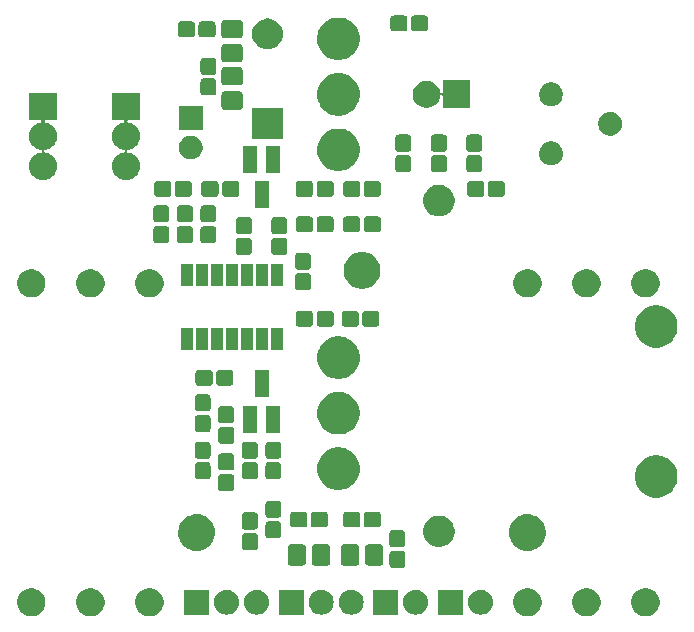
<source format=gbr>
G04 #@! TF.GenerationSoftware,KiCad,Pcbnew,(5.0.1-3-g963ef8bb5)*
G04 #@! TF.CreationDate,2019-04-18T21:55:15-06:00*
G04 #@! TF.ProjectId,NuisanceEngine,4E756973616E6365456E67696E652E6B,rev?*
G04 #@! TF.SameCoordinates,Original*
G04 #@! TF.FileFunction,Soldermask,Top*
G04 #@! TF.FilePolarity,Negative*
%FSLAX46Y46*%
G04 Gerber Fmt 4.6, Leading zero omitted, Abs format (unit mm)*
G04 Created by KiCad (PCBNEW (5.0.1-3-g963ef8bb5)) date Thursday, 18 April 2019 at 21:55:15*
%MOMM*%
%LPD*%
G01*
G04 APERTURE LIST*
%ADD10C,0.100000*%
G04 APERTURE END LIST*
D10*
G36*
X106350026Y-96846115D02*
X106568412Y-96936573D01*
X106764958Y-97067901D01*
X106932099Y-97235042D01*
X107063427Y-97431588D01*
X107153885Y-97649974D01*
X107200000Y-97881809D01*
X107200000Y-98118191D01*
X107153885Y-98350026D01*
X107063427Y-98568412D01*
X106932099Y-98764958D01*
X106764958Y-98932099D01*
X106568412Y-99063427D01*
X106350026Y-99153885D01*
X106118191Y-99200000D01*
X105881809Y-99200000D01*
X105649974Y-99153885D01*
X105431588Y-99063427D01*
X105235042Y-98932099D01*
X105067901Y-98764958D01*
X104936573Y-98568412D01*
X104846115Y-98350026D01*
X104800000Y-98118191D01*
X104800000Y-97881809D01*
X104846115Y-97649974D01*
X104936573Y-97431588D01*
X105067901Y-97235042D01*
X105235042Y-97067901D01*
X105431588Y-96936573D01*
X105649974Y-96846115D01*
X105881809Y-96800000D01*
X106118191Y-96800000D01*
X106350026Y-96846115D01*
X106350026Y-96846115D01*
G37*
G36*
X101350026Y-96846115D02*
X101568412Y-96936573D01*
X101764958Y-97067901D01*
X101932099Y-97235042D01*
X102063427Y-97431588D01*
X102153885Y-97649974D01*
X102200000Y-97881809D01*
X102200000Y-98118191D01*
X102153885Y-98350026D01*
X102063427Y-98568412D01*
X101932099Y-98764958D01*
X101764958Y-98932099D01*
X101568412Y-99063427D01*
X101350026Y-99153885D01*
X101118191Y-99200000D01*
X100881809Y-99200000D01*
X100649974Y-99153885D01*
X100431588Y-99063427D01*
X100235042Y-98932099D01*
X100067901Y-98764958D01*
X99936573Y-98568412D01*
X99846115Y-98350026D01*
X99800000Y-98118191D01*
X99800000Y-97881809D01*
X99846115Y-97649974D01*
X99936573Y-97431588D01*
X100067901Y-97235042D01*
X100235042Y-97067901D01*
X100431588Y-96936573D01*
X100649974Y-96846115D01*
X100881809Y-96800000D01*
X101118191Y-96800000D01*
X101350026Y-96846115D01*
X101350026Y-96846115D01*
G37*
G36*
X96350026Y-96846115D02*
X96568412Y-96936573D01*
X96764958Y-97067901D01*
X96932099Y-97235042D01*
X97063427Y-97431588D01*
X97153885Y-97649974D01*
X97200000Y-97881809D01*
X97200000Y-98118191D01*
X97153885Y-98350026D01*
X97063427Y-98568412D01*
X96932099Y-98764958D01*
X96764958Y-98932099D01*
X96568412Y-99063427D01*
X96350026Y-99153885D01*
X96118191Y-99200000D01*
X95881809Y-99200000D01*
X95649974Y-99153885D01*
X95431588Y-99063427D01*
X95235042Y-98932099D01*
X95067901Y-98764958D01*
X94936573Y-98568412D01*
X94846115Y-98350026D01*
X94800000Y-98118191D01*
X94800000Y-97881809D01*
X94846115Y-97649974D01*
X94936573Y-97431588D01*
X95067901Y-97235042D01*
X95235042Y-97067901D01*
X95431588Y-96936573D01*
X95649974Y-96846115D01*
X95881809Y-96800000D01*
X96118191Y-96800000D01*
X96350026Y-96846115D01*
X96350026Y-96846115D01*
G37*
G36*
X64350026Y-96846115D02*
X64568412Y-96936573D01*
X64764958Y-97067901D01*
X64932099Y-97235042D01*
X65063427Y-97431588D01*
X65153885Y-97649974D01*
X65200000Y-97881809D01*
X65200000Y-98118191D01*
X65153885Y-98350026D01*
X65063427Y-98568412D01*
X64932099Y-98764958D01*
X64764958Y-98932099D01*
X64568412Y-99063427D01*
X64350026Y-99153885D01*
X64118191Y-99200000D01*
X63881809Y-99200000D01*
X63649974Y-99153885D01*
X63431588Y-99063427D01*
X63235042Y-98932099D01*
X63067901Y-98764958D01*
X62936573Y-98568412D01*
X62846115Y-98350026D01*
X62800000Y-98118191D01*
X62800000Y-97881809D01*
X62846115Y-97649974D01*
X62936573Y-97431588D01*
X63067901Y-97235042D01*
X63235042Y-97067901D01*
X63431588Y-96936573D01*
X63649974Y-96846115D01*
X63881809Y-96800000D01*
X64118191Y-96800000D01*
X64350026Y-96846115D01*
X64350026Y-96846115D01*
G37*
G36*
X59350026Y-96846115D02*
X59568412Y-96936573D01*
X59764958Y-97067901D01*
X59932099Y-97235042D01*
X60063427Y-97431588D01*
X60153885Y-97649974D01*
X60200000Y-97881809D01*
X60200000Y-98118191D01*
X60153885Y-98350026D01*
X60063427Y-98568412D01*
X59932099Y-98764958D01*
X59764958Y-98932099D01*
X59568412Y-99063427D01*
X59350026Y-99153885D01*
X59118191Y-99200000D01*
X58881809Y-99200000D01*
X58649974Y-99153885D01*
X58431588Y-99063427D01*
X58235042Y-98932099D01*
X58067901Y-98764958D01*
X57936573Y-98568412D01*
X57846115Y-98350026D01*
X57800000Y-98118191D01*
X57800000Y-97881809D01*
X57846115Y-97649974D01*
X57936573Y-97431588D01*
X58067901Y-97235042D01*
X58235042Y-97067901D01*
X58431588Y-96936573D01*
X58649974Y-96846115D01*
X58881809Y-96800000D01*
X59118191Y-96800000D01*
X59350026Y-96846115D01*
X59350026Y-96846115D01*
G37*
G36*
X54350026Y-96846115D02*
X54568412Y-96936573D01*
X54764958Y-97067901D01*
X54932099Y-97235042D01*
X55063427Y-97431588D01*
X55153885Y-97649974D01*
X55200000Y-97881809D01*
X55200000Y-98118191D01*
X55153885Y-98350026D01*
X55063427Y-98568412D01*
X54932099Y-98764958D01*
X54764958Y-98932099D01*
X54568412Y-99063427D01*
X54350026Y-99153885D01*
X54118191Y-99200000D01*
X53881809Y-99200000D01*
X53649974Y-99153885D01*
X53431588Y-99063427D01*
X53235042Y-98932099D01*
X53067901Y-98764958D01*
X52936573Y-98568412D01*
X52846115Y-98350026D01*
X52800000Y-98118191D01*
X52800000Y-97881809D01*
X52846115Y-97649974D01*
X52936573Y-97431588D01*
X53067901Y-97235042D01*
X53235042Y-97067901D01*
X53431588Y-96936573D01*
X53649974Y-96846115D01*
X53881809Y-96800000D01*
X54118191Y-96800000D01*
X54350026Y-96846115D01*
X54350026Y-96846115D01*
G37*
G36*
X77050000Y-99050000D02*
X74950000Y-99050000D01*
X74950000Y-96950000D01*
X77050000Y-96950000D01*
X77050000Y-99050000D01*
X77050000Y-99050000D01*
G37*
G36*
X73208707Y-96957596D02*
X73285836Y-96965193D01*
X73417787Y-97005220D01*
X73483763Y-97025233D01*
X73666172Y-97122733D01*
X73826054Y-97253946D01*
X73957267Y-97413828D01*
X74054767Y-97596237D01*
X74054767Y-97596238D01*
X74114807Y-97794164D01*
X74135080Y-98000000D01*
X74114807Y-98205836D01*
X74074780Y-98337787D01*
X74054767Y-98403763D01*
X73957267Y-98586172D01*
X73826054Y-98746054D01*
X73666172Y-98877267D01*
X73483763Y-98974767D01*
X73417787Y-98994780D01*
X73285836Y-99034807D01*
X73208707Y-99042403D01*
X73131580Y-99050000D01*
X73028420Y-99050000D01*
X72951293Y-99042403D01*
X72874164Y-99034807D01*
X72742213Y-98994780D01*
X72676237Y-98974767D01*
X72493828Y-98877267D01*
X72333946Y-98746054D01*
X72202733Y-98586172D01*
X72105233Y-98403763D01*
X72085220Y-98337787D01*
X72045193Y-98205836D01*
X72024920Y-98000000D01*
X72045193Y-97794164D01*
X72105233Y-97596238D01*
X72105233Y-97596237D01*
X72202733Y-97413828D01*
X72333946Y-97253946D01*
X72493828Y-97122733D01*
X72676237Y-97025233D01*
X72742213Y-97005220D01*
X72874164Y-96965193D01*
X72951293Y-96957596D01*
X73028420Y-96950000D01*
X73131580Y-96950000D01*
X73208707Y-96957596D01*
X73208707Y-96957596D01*
G37*
G36*
X70668707Y-96957596D02*
X70745836Y-96965193D01*
X70877787Y-97005220D01*
X70943763Y-97025233D01*
X71126172Y-97122733D01*
X71286054Y-97253946D01*
X71417267Y-97413828D01*
X71514767Y-97596237D01*
X71514767Y-97596238D01*
X71574807Y-97794164D01*
X71595080Y-98000000D01*
X71574807Y-98205836D01*
X71534780Y-98337787D01*
X71514767Y-98403763D01*
X71417267Y-98586172D01*
X71286054Y-98746054D01*
X71126172Y-98877267D01*
X70943763Y-98974767D01*
X70877787Y-98994780D01*
X70745836Y-99034807D01*
X70668707Y-99042403D01*
X70591580Y-99050000D01*
X70488420Y-99050000D01*
X70411293Y-99042403D01*
X70334164Y-99034807D01*
X70202213Y-98994780D01*
X70136237Y-98974767D01*
X69953828Y-98877267D01*
X69793946Y-98746054D01*
X69662733Y-98586172D01*
X69565233Y-98403763D01*
X69545220Y-98337787D01*
X69505193Y-98205836D01*
X69484920Y-98000000D01*
X69505193Y-97794164D01*
X69565233Y-97596238D01*
X69565233Y-97596237D01*
X69662733Y-97413828D01*
X69793946Y-97253946D01*
X69953828Y-97122733D01*
X70136237Y-97025233D01*
X70202213Y-97005220D01*
X70334164Y-96965193D01*
X70411293Y-96957596D01*
X70488420Y-96950000D01*
X70591580Y-96950000D01*
X70668707Y-96957596D01*
X70668707Y-96957596D01*
G37*
G36*
X69050000Y-99050000D02*
X66950000Y-99050000D01*
X66950000Y-96950000D01*
X69050000Y-96950000D01*
X69050000Y-99050000D01*
X69050000Y-99050000D01*
G37*
G36*
X92168707Y-96957596D02*
X92245836Y-96965193D01*
X92377787Y-97005220D01*
X92443763Y-97025233D01*
X92626172Y-97122733D01*
X92786054Y-97253946D01*
X92917267Y-97413828D01*
X93014767Y-97596237D01*
X93014767Y-97596238D01*
X93074807Y-97794164D01*
X93095080Y-98000000D01*
X93074807Y-98205836D01*
X93034780Y-98337787D01*
X93014767Y-98403763D01*
X92917267Y-98586172D01*
X92786054Y-98746054D01*
X92626172Y-98877267D01*
X92443763Y-98974767D01*
X92377787Y-98994780D01*
X92245836Y-99034807D01*
X92168707Y-99042403D01*
X92091580Y-99050000D01*
X91988420Y-99050000D01*
X91911293Y-99042403D01*
X91834164Y-99034807D01*
X91702213Y-98994780D01*
X91636237Y-98974767D01*
X91453828Y-98877267D01*
X91293946Y-98746054D01*
X91162733Y-98586172D01*
X91065233Y-98403763D01*
X91045220Y-98337787D01*
X91005193Y-98205836D01*
X90984920Y-98000000D01*
X91005193Y-97794164D01*
X91065233Y-97596238D01*
X91065233Y-97596237D01*
X91162733Y-97413828D01*
X91293946Y-97253946D01*
X91453828Y-97122733D01*
X91636237Y-97025233D01*
X91702213Y-97005220D01*
X91834164Y-96965193D01*
X91911293Y-96957596D01*
X91988420Y-96950000D01*
X92091580Y-96950000D01*
X92168707Y-96957596D01*
X92168707Y-96957596D01*
G37*
G36*
X90550000Y-99050000D02*
X88450000Y-99050000D01*
X88450000Y-96950000D01*
X90550000Y-96950000D01*
X90550000Y-99050000D01*
X90550000Y-99050000D01*
G37*
G36*
X78668707Y-96957596D02*
X78745836Y-96965193D01*
X78877787Y-97005220D01*
X78943763Y-97025233D01*
X79126172Y-97122733D01*
X79286054Y-97253946D01*
X79417267Y-97413828D01*
X79514767Y-97596237D01*
X79514767Y-97596238D01*
X79574807Y-97794164D01*
X79595080Y-98000000D01*
X79574807Y-98205836D01*
X79534780Y-98337787D01*
X79514767Y-98403763D01*
X79417267Y-98586172D01*
X79286054Y-98746054D01*
X79126172Y-98877267D01*
X78943763Y-98974767D01*
X78877787Y-98994780D01*
X78745836Y-99034807D01*
X78668707Y-99042403D01*
X78591580Y-99050000D01*
X78488420Y-99050000D01*
X78411293Y-99042403D01*
X78334164Y-99034807D01*
X78202213Y-98994780D01*
X78136237Y-98974767D01*
X77953828Y-98877267D01*
X77793946Y-98746054D01*
X77662733Y-98586172D01*
X77565233Y-98403763D01*
X77545220Y-98337787D01*
X77505193Y-98205836D01*
X77484920Y-98000000D01*
X77505193Y-97794164D01*
X77565233Y-97596238D01*
X77565233Y-97596237D01*
X77662733Y-97413828D01*
X77793946Y-97253946D01*
X77953828Y-97122733D01*
X78136237Y-97025233D01*
X78202213Y-97005220D01*
X78334164Y-96965193D01*
X78411293Y-96957596D01*
X78488420Y-96950000D01*
X78591580Y-96950000D01*
X78668707Y-96957596D01*
X78668707Y-96957596D01*
G37*
G36*
X81208707Y-96957596D02*
X81285836Y-96965193D01*
X81417787Y-97005220D01*
X81483763Y-97025233D01*
X81666172Y-97122733D01*
X81826054Y-97253946D01*
X81957267Y-97413828D01*
X82054767Y-97596237D01*
X82054767Y-97596238D01*
X82114807Y-97794164D01*
X82135080Y-98000000D01*
X82114807Y-98205836D01*
X82074780Y-98337787D01*
X82054767Y-98403763D01*
X81957267Y-98586172D01*
X81826054Y-98746054D01*
X81666172Y-98877267D01*
X81483763Y-98974767D01*
X81417787Y-98994780D01*
X81285836Y-99034807D01*
X81208707Y-99042403D01*
X81131580Y-99050000D01*
X81028420Y-99050000D01*
X80951293Y-99042403D01*
X80874164Y-99034807D01*
X80742213Y-98994780D01*
X80676237Y-98974767D01*
X80493828Y-98877267D01*
X80333946Y-98746054D01*
X80202733Y-98586172D01*
X80105233Y-98403763D01*
X80085220Y-98337787D01*
X80045193Y-98205836D01*
X80024920Y-98000000D01*
X80045193Y-97794164D01*
X80105233Y-97596238D01*
X80105233Y-97596237D01*
X80202733Y-97413828D01*
X80333946Y-97253946D01*
X80493828Y-97122733D01*
X80676237Y-97025233D01*
X80742213Y-97005220D01*
X80874164Y-96965193D01*
X80951293Y-96957596D01*
X81028420Y-96950000D01*
X81131580Y-96950000D01*
X81208707Y-96957596D01*
X81208707Y-96957596D01*
G37*
G36*
X85050000Y-99050000D02*
X82950000Y-99050000D01*
X82950000Y-96950000D01*
X85050000Y-96950000D01*
X85050000Y-99050000D01*
X85050000Y-99050000D01*
G37*
G36*
X86668707Y-96957596D02*
X86745836Y-96965193D01*
X86877787Y-97005220D01*
X86943763Y-97025233D01*
X87126172Y-97122733D01*
X87286054Y-97253946D01*
X87417267Y-97413828D01*
X87514767Y-97596237D01*
X87514767Y-97596238D01*
X87574807Y-97794164D01*
X87595080Y-98000000D01*
X87574807Y-98205836D01*
X87534780Y-98337787D01*
X87514767Y-98403763D01*
X87417267Y-98586172D01*
X87286054Y-98746054D01*
X87126172Y-98877267D01*
X86943763Y-98974767D01*
X86877787Y-98994780D01*
X86745836Y-99034807D01*
X86668707Y-99042403D01*
X86591580Y-99050000D01*
X86488420Y-99050000D01*
X86411293Y-99042403D01*
X86334164Y-99034807D01*
X86202213Y-98994780D01*
X86136237Y-98974767D01*
X85953828Y-98877267D01*
X85793946Y-98746054D01*
X85662733Y-98586172D01*
X85565233Y-98403763D01*
X85545220Y-98337787D01*
X85505193Y-98205836D01*
X85484920Y-98000000D01*
X85505193Y-97794164D01*
X85565233Y-97596238D01*
X85565233Y-97596237D01*
X85662733Y-97413828D01*
X85793946Y-97253946D01*
X85953828Y-97122733D01*
X86136237Y-97025233D01*
X86202213Y-97005220D01*
X86334164Y-96965193D01*
X86411293Y-96957596D01*
X86488420Y-96950000D01*
X86591580Y-96950000D01*
X86668707Y-96957596D01*
X86668707Y-96957596D01*
G37*
G36*
X85453530Y-93655877D02*
X85505010Y-93671493D01*
X85552442Y-93696846D01*
X85594027Y-93730973D01*
X85628154Y-93772558D01*
X85653507Y-93819990D01*
X85669123Y-93871470D01*
X85675000Y-93931140D01*
X85675000Y-94818860D01*
X85669123Y-94878530D01*
X85653507Y-94930010D01*
X85628154Y-94977442D01*
X85594027Y-95019027D01*
X85552442Y-95053154D01*
X85505010Y-95078507D01*
X85453530Y-95094123D01*
X85393860Y-95100000D01*
X84606140Y-95100000D01*
X84546470Y-95094123D01*
X84494990Y-95078507D01*
X84447558Y-95053154D01*
X84405973Y-95019027D01*
X84371846Y-94977442D01*
X84346493Y-94930010D01*
X84330877Y-94878530D01*
X84325000Y-94818860D01*
X84325000Y-93931140D01*
X84330877Y-93871470D01*
X84346493Y-93819990D01*
X84371846Y-93772558D01*
X84405973Y-93730973D01*
X84447558Y-93696846D01*
X84494990Y-93671493D01*
X84546470Y-93655877D01*
X84606140Y-93650000D01*
X85393860Y-93650000D01*
X85453530Y-93655877D01*
X85453530Y-93655877D01*
G37*
G36*
X83585530Y-93105710D02*
X83635379Y-93120831D01*
X83681311Y-93145382D01*
X83721574Y-93178426D01*
X83754618Y-93218689D01*
X83779169Y-93264621D01*
X83794290Y-93314470D01*
X83800000Y-93372444D01*
X83800000Y-94627556D01*
X83794290Y-94685530D01*
X83779169Y-94735379D01*
X83754618Y-94781311D01*
X83721574Y-94821574D01*
X83681311Y-94854618D01*
X83635379Y-94879169D01*
X83585530Y-94894290D01*
X83527556Y-94900000D01*
X82522444Y-94900000D01*
X82464470Y-94894290D01*
X82414621Y-94879169D01*
X82368689Y-94854618D01*
X82328426Y-94821574D01*
X82295382Y-94781311D01*
X82270831Y-94735379D01*
X82255710Y-94685530D01*
X82250000Y-94627556D01*
X82250000Y-93372444D01*
X82255710Y-93314470D01*
X82270831Y-93264621D01*
X82295382Y-93218689D01*
X82328426Y-93178426D01*
X82368689Y-93145382D01*
X82414621Y-93120831D01*
X82464470Y-93105710D01*
X82522444Y-93100000D01*
X83527556Y-93100000D01*
X83585530Y-93105710D01*
X83585530Y-93105710D01*
G37*
G36*
X81535530Y-93105710D02*
X81585379Y-93120831D01*
X81631311Y-93145382D01*
X81671574Y-93178426D01*
X81704618Y-93218689D01*
X81729169Y-93264621D01*
X81744290Y-93314470D01*
X81750000Y-93372444D01*
X81750000Y-94627556D01*
X81744290Y-94685530D01*
X81729169Y-94735379D01*
X81704618Y-94781311D01*
X81671574Y-94821574D01*
X81631311Y-94854618D01*
X81585379Y-94879169D01*
X81535530Y-94894290D01*
X81477556Y-94900000D01*
X80472444Y-94900000D01*
X80414470Y-94894290D01*
X80364621Y-94879169D01*
X80318689Y-94854618D01*
X80278426Y-94821574D01*
X80245382Y-94781311D01*
X80220831Y-94735379D01*
X80205710Y-94685530D01*
X80200000Y-94627556D01*
X80200000Y-93372444D01*
X80205710Y-93314470D01*
X80220831Y-93264621D01*
X80245382Y-93218689D01*
X80278426Y-93178426D01*
X80318689Y-93145382D01*
X80364621Y-93120831D01*
X80414470Y-93105710D01*
X80472444Y-93100000D01*
X81477556Y-93100000D01*
X81535530Y-93105710D01*
X81535530Y-93105710D01*
G37*
G36*
X79085530Y-93105710D02*
X79135379Y-93120831D01*
X79181311Y-93145382D01*
X79221574Y-93178426D01*
X79254618Y-93218689D01*
X79279169Y-93264621D01*
X79294290Y-93314470D01*
X79300000Y-93372444D01*
X79300000Y-94627556D01*
X79294290Y-94685530D01*
X79279169Y-94735379D01*
X79254618Y-94781311D01*
X79221574Y-94821574D01*
X79181311Y-94854618D01*
X79135379Y-94879169D01*
X79085530Y-94894290D01*
X79027556Y-94900000D01*
X78022444Y-94900000D01*
X77964470Y-94894290D01*
X77914621Y-94879169D01*
X77868689Y-94854618D01*
X77828426Y-94821574D01*
X77795382Y-94781311D01*
X77770831Y-94735379D01*
X77755710Y-94685530D01*
X77750000Y-94627556D01*
X77750000Y-93372444D01*
X77755710Y-93314470D01*
X77770831Y-93264621D01*
X77795382Y-93218689D01*
X77828426Y-93178426D01*
X77868689Y-93145382D01*
X77914621Y-93120831D01*
X77964470Y-93105710D01*
X78022444Y-93100000D01*
X79027556Y-93100000D01*
X79085530Y-93105710D01*
X79085530Y-93105710D01*
G37*
G36*
X77035530Y-93105710D02*
X77085379Y-93120831D01*
X77131311Y-93145382D01*
X77171574Y-93178426D01*
X77204618Y-93218689D01*
X77229169Y-93264621D01*
X77244290Y-93314470D01*
X77250000Y-93372444D01*
X77250000Y-94627556D01*
X77244290Y-94685530D01*
X77229169Y-94735379D01*
X77204618Y-94781311D01*
X77171574Y-94821574D01*
X77131311Y-94854618D01*
X77085379Y-94879169D01*
X77035530Y-94894290D01*
X76977556Y-94900000D01*
X75972444Y-94900000D01*
X75914470Y-94894290D01*
X75864621Y-94879169D01*
X75818689Y-94854618D01*
X75778426Y-94821574D01*
X75745382Y-94781311D01*
X75720831Y-94735379D01*
X75705710Y-94685530D01*
X75700000Y-94627556D01*
X75700000Y-93372444D01*
X75705710Y-93314470D01*
X75720831Y-93264621D01*
X75745382Y-93218689D01*
X75778426Y-93178426D01*
X75818689Y-93145382D01*
X75864621Y-93120831D01*
X75914470Y-93105710D01*
X75972444Y-93100000D01*
X76977556Y-93100000D01*
X77035530Y-93105710D01*
X77035530Y-93105710D01*
G37*
G36*
X68247478Y-90568860D02*
X68452118Y-90609565D01*
X68602020Y-90671657D01*
X68734201Y-90726408D01*
X68988071Y-90896038D01*
X69203962Y-91111929D01*
X69373592Y-91365799D01*
X69373592Y-91365800D01*
X69490435Y-91647882D01*
X69521320Y-91803154D01*
X69550000Y-91947337D01*
X69550000Y-92252663D01*
X69540585Y-92299995D01*
X69490435Y-92552118D01*
X69412540Y-92740173D01*
X69373592Y-92834201D01*
X69203962Y-93088071D01*
X68988071Y-93303962D01*
X68734201Y-93473592D01*
X68667672Y-93501149D01*
X68452118Y-93590435D01*
X68252481Y-93630145D01*
X68152663Y-93650000D01*
X67847337Y-93650000D01*
X67747519Y-93630145D01*
X67547882Y-93590435D01*
X67332328Y-93501149D01*
X67265799Y-93473592D01*
X67011929Y-93303962D01*
X66796038Y-93088071D01*
X66626408Y-92834201D01*
X66587460Y-92740173D01*
X66509565Y-92552118D01*
X66459415Y-92299995D01*
X66450000Y-92252663D01*
X66450000Y-91947337D01*
X66478680Y-91803154D01*
X66509565Y-91647882D01*
X66626408Y-91365800D01*
X66626408Y-91365799D01*
X66796038Y-91111929D01*
X67011929Y-90896038D01*
X67265799Y-90726408D01*
X67397980Y-90671657D01*
X67547882Y-90609565D01*
X67752522Y-90568860D01*
X67847337Y-90550000D01*
X68152663Y-90550000D01*
X68247478Y-90568860D01*
X68247478Y-90568860D01*
G37*
G36*
X96247478Y-90568860D02*
X96452118Y-90609565D01*
X96602020Y-90671657D01*
X96734201Y-90726408D01*
X96988071Y-90896038D01*
X97203962Y-91111929D01*
X97373592Y-91365799D01*
X97373592Y-91365800D01*
X97490435Y-91647882D01*
X97521320Y-91803154D01*
X97550000Y-91947337D01*
X97550000Y-92252663D01*
X97540585Y-92299995D01*
X97490435Y-92552118D01*
X97412540Y-92740173D01*
X97373592Y-92834201D01*
X97203962Y-93088071D01*
X96988071Y-93303962D01*
X96734201Y-93473592D01*
X96667672Y-93501149D01*
X96452118Y-93590435D01*
X96252481Y-93630145D01*
X96152663Y-93650000D01*
X95847337Y-93650000D01*
X95747519Y-93630145D01*
X95547882Y-93590435D01*
X95332328Y-93501149D01*
X95265799Y-93473592D01*
X95011929Y-93303962D01*
X94796038Y-93088071D01*
X94626408Y-92834201D01*
X94587460Y-92740173D01*
X94509565Y-92552118D01*
X94459415Y-92299995D01*
X94450000Y-92252663D01*
X94450000Y-91947337D01*
X94478680Y-91803154D01*
X94509565Y-91647882D01*
X94626408Y-91365800D01*
X94626408Y-91365799D01*
X94796038Y-91111929D01*
X95011929Y-90896038D01*
X95265799Y-90726408D01*
X95397980Y-90671657D01*
X95547882Y-90609565D01*
X95752522Y-90568860D01*
X95847337Y-90550000D01*
X96152663Y-90550000D01*
X96247478Y-90568860D01*
X96247478Y-90568860D01*
G37*
G36*
X72953530Y-92155877D02*
X73005010Y-92171493D01*
X73052442Y-92196846D01*
X73094027Y-92230973D01*
X73128154Y-92272558D01*
X73153507Y-92319990D01*
X73169123Y-92371470D01*
X73175000Y-92431140D01*
X73175000Y-93318860D01*
X73169123Y-93378530D01*
X73153507Y-93430010D01*
X73128154Y-93477442D01*
X73094027Y-93519027D01*
X73052442Y-93553154D01*
X73005010Y-93578507D01*
X72953530Y-93594123D01*
X72893860Y-93600000D01*
X72106140Y-93600000D01*
X72046470Y-93594123D01*
X71994990Y-93578507D01*
X71947558Y-93553154D01*
X71905973Y-93519027D01*
X71871846Y-93477442D01*
X71846493Y-93430010D01*
X71830877Y-93378530D01*
X71825000Y-93318860D01*
X71825000Y-92431140D01*
X71830877Y-92371470D01*
X71846493Y-92319990D01*
X71871846Y-92272558D01*
X71905973Y-92230973D01*
X71947558Y-92196846D01*
X71994990Y-92171493D01*
X72046470Y-92155877D01*
X72106140Y-92150000D01*
X72893860Y-92150000D01*
X72953530Y-92155877D01*
X72953530Y-92155877D01*
G37*
G36*
X85453530Y-91905877D02*
X85505010Y-91921493D01*
X85552442Y-91946846D01*
X85594027Y-91980973D01*
X85628154Y-92022558D01*
X85653507Y-92069990D01*
X85669123Y-92121470D01*
X85675000Y-92181140D01*
X85675000Y-93068860D01*
X85669123Y-93128530D01*
X85653507Y-93180010D01*
X85628154Y-93227442D01*
X85594027Y-93269027D01*
X85552442Y-93303154D01*
X85505010Y-93328507D01*
X85453530Y-93344123D01*
X85393860Y-93350000D01*
X84606140Y-93350000D01*
X84546470Y-93344123D01*
X84494990Y-93328507D01*
X84447558Y-93303154D01*
X84405973Y-93269027D01*
X84371846Y-93227442D01*
X84346493Y-93180010D01*
X84330877Y-93128530D01*
X84325000Y-93068860D01*
X84325000Y-92181140D01*
X84330877Y-92121470D01*
X84346493Y-92069990D01*
X84371846Y-92022558D01*
X84405973Y-91980973D01*
X84447558Y-91946846D01*
X84494990Y-91921493D01*
X84546470Y-91905877D01*
X84606140Y-91900000D01*
X85393860Y-91900000D01*
X85453530Y-91905877D01*
X85453530Y-91905877D01*
G37*
G36*
X88888236Y-90720149D02*
X88905843Y-90727442D01*
X89130465Y-90820483D01*
X89174640Y-90850000D01*
X89348466Y-90966147D01*
X89533853Y-91151534D01*
X89533855Y-91151537D01*
X89679517Y-91369535D01*
X89743914Y-91525005D01*
X89779851Y-91611764D01*
X89831000Y-91868907D01*
X89831000Y-92131093D01*
X89779851Y-92388236D01*
X89762548Y-92430010D01*
X89679517Y-92630465D01*
X89679516Y-92630466D01*
X89533853Y-92848466D01*
X89348466Y-93033853D01*
X89348463Y-93033855D01*
X89130465Y-93179517D01*
X88960899Y-93249753D01*
X88888236Y-93279851D01*
X88631093Y-93331000D01*
X88368907Y-93331000D01*
X88111764Y-93279851D01*
X88039101Y-93249753D01*
X87869535Y-93179517D01*
X87651537Y-93033855D01*
X87651534Y-93033853D01*
X87466147Y-92848466D01*
X87320484Y-92630466D01*
X87320483Y-92630465D01*
X87237452Y-92430010D01*
X87220149Y-92388236D01*
X87169000Y-92131093D01*
X87169000Y-91868907D01*
X87220149Y-91611764D01*
X87256086Y-91525005D01*
X87320483Y-91369535D01*
X87466145Y-91151537D01*
X87466147Y-91151534D01*
X87651534Y-90966147D01*
X87825360Y-90850000D01*
X87869535Y-90820483D01*
X88094157Y-90727442D01*
X88111764Y-90720149D01*
X88368907Y-90669000D01*
X88631093Y-90669000D01*
X88888236Y-90720149D01*
X88888236Y-90720149D01*
G37*
G36*
X74953530Y-91155877D02*
X75005010Y-91171493D01*
X75052442Y-91196846D01*
X75094027Y-91230973D01*
X75128154Y-91272558D01*
X75153507Y-91319990D01*
X75169123Y-91371470D01*
X75175000Y-91431140D01*
X75175000Y-92318860D01*
X75169123Y-92378530D01*
X75153507Y-92430010D01*
X75128154Y-92477442D01*
X75094027Y-92519027D01*
X75052442Y-92553154D01*
X75005010Y-92578507D01*
X74953530Y-92594123D01*
X74893860Y-92600000D01*
X74106140Y-92600000D01*
X74046470Y-92594123D01*
X73994990Y-92578507D01*
X73947558Y-92553154D01*
X73905973Y-92519027D01*
X73871846Y-92477442D01*
X73846493Y-92430010D01*
X73830877Y-92378530D01*
X73825000Y-92318860D01*
X73825000Y-91431140D01*
X73830877Y-91371470D01*
X73846493Y-91319990D01*
X73871846Y-91272558D01*
X73905973Y-91230973D01*
X73947558Y-91196846D01*
X73994990Y-91171493D01*
X74046470Y-91155877D01*
X74106140Y-91150000D01*
X74893860Y-91150000D01*
X74953530Y-91155877D01*
X74953530Y-91155877D01*
G37*
G36*
X72953530Y-90405877D02*
X73005010Y-90421493D01*
X73052442Y-90446846D01*
X73094027Y-90480973D01*
X73128154Y-90522558D01*
X73153507Y-90569990D01*
X73169123Y-90621470D01*
X73175000Y-90681140D01*
X73175000Y-91568860D01*
X73169123Y-91628530D01*
X73153507Y-91680010D01*
X73128154Y-91727442D01*
X73094027Y-91769027D01*
X73052442Y-91803154D01*
X73005010Y-91828507D01*
X72953530Y-91844123D01*
X72893860Y-91850000D01*
X72106140Y-91850000D01*
X72046470Y-91844123D01*
X71994990Y-91828507D01*
X71947558Y-91803154D01*
X71905973Y-91769027D01*
X71871846Y-91727442D01*
X71846493Y-91680010D01*
X71830877Y-91628530D01*
X71825000Y-91568860D01*
X71825000Y-90681140D01*
X71830877Y-90621470D01*
X71846493Y-90569990D01*
X71871846Y-90522558D01*
X71905973Y-90480973D01*
X71947558Y-90446846D01*
X71994990Y-90421493D01*
X72046470Y-90405877D01*
X72106140Y-90400000D01*
X72893860Y-90400000D01*
X72953530Y-90405877D01*
X72953530Y-90405877D01*
G37*
G36*
X81628530Y-90330877D02*
X81680010Y-90346493D01*
X81727442Y-90371846D01*
X81769027Y-90405973D01*
X81803154Y-90447558D01*
X81828507Y-90494990D01*
X81844123Y-90546470D01*
X81850000Y-90606140D01*
X81850000Y-91393860D01*
X81844123Y-91453530D01*
X81828507Y-91505010D01*
X81803154Y-91552442D01*
X81769027Y-91594027D01*
X81727442Y-91628154D01*
X81680010Y-91653507D01*
X81628530Y-91669123D01*
X81568860Y-91675000D01*
X80681140Y-91675000D01*
X80621470Y-91669123D01*
X80569990Y-91653507D01*
X80522558Y-91628154D01*
X80480973Y-91594027D01*
X80446846Y-91552442D01*
X80421493Y-91505010D01*
X80405877Y-91453530D01*
X80400000Y-91393860D01*
X80400000Y-90606140D01*
X80405877Y-90546470D01*
X80421493Y-90494990D01*
X80446846Y-90447558D01*
X80480973Y-90405973D01*
X80522558Y-90371846D01*
X80569990Y-90346493D01*
X80621470Y-90330877D01*
X80681140Y-90325000D01*
X81568860Y-90325000D01*
X81628530Y-90330877D01*
X81628530Y-90330877D01*
G37*
G36*
X83378530Y-90330877D02*
X83430010Y-90346493D01*
X83477442Y-90371846D01*
X83519027Y-90405973D01*
X83553154Y-90447558D01*
X83578507Y-90494990D01*
X83594123Y-90546470D01*
X83600000Y-90606140D01*
X83600000Y-91393860D01*
X83594123Y-91453530D01*
X83578507Y-91505010D01*
X83553154Y-91552442D01*
X83519027Y-91594027D01*
X83477442Y-91628154D01*
X83430010Y-91653507D01*
X83378530Y-91669123D01*
X83318860Y-91675000D01*
X82431140Y-91675000D01*
X82371470Y-91669123D01*
X82319990Y-91653507D01*
X82272558Y-91628154D01*
X82230973Y-91594027D01*
X82196846Y-91552442D01*
X82171493Y-91505010D01*
X82155877Y-91453530D01*
X82150000Y-91393860D01*
X82150000Y-90606140D01*
X82155877Y-90546470D01*
X82171493Y-90494990D01*
X82196846Y-90447558D01*
X82230973Y-90405973D01*
X82272558Y-90371846D01*
X82319990Y-90346493D01*
X82371470Y-90330877D01*
X82431140Y-90325000D01*
X83318860Y-90325000D01*
X83378530Y-90330877D01*
X83378530Y-90330877D01*
G37*
G36*
X78878530Y-90330877D02*
X78930010Y-90346493D01*
X78977442Y-90371846D01*
X79019027Y-90405973D01*
X79053154Y-90447558D01*
X79078507Y-90494990D01*
X79094123Y-90546470D01*
X79100000Y-90606140D01*
X79100000Y-91393860D01*
X79094123Y-91453530D01*
X79078507Y-91505010D01*
X79053154Y-91552442D01*
X79019027Y-91594027D01*
X78977442Y-91628154D01*
X78930010Y-91653507D01*
X78878530Y-91669123D01*
X78818860Y-91675000D01*
X77931140Y-91675000D01*
X77871470Y-91669123D01*
X77819990Y-91653507D01*
X77772558Y-91628154D01*
X77730973Y-91594027D01*
X77696846Y-91552442D01*
X77671493Y-91505010D01*
X77655877Y-91453530D01*
X77650000Y-91393860D01*
X77650000Y-90606140D01*
X77655877Y-90546470D01*
X77671493Y-90494990D01*
X77696846Y-90447558D01*
X77730973Y-90405973D01*
X77772558Y-90371846D01*
X77819990Y-90346493D01*
X77871470Y-90330877D01*
X77931140Y-90325000D01*
X78818860Y-90325000D01*
X78878530Y-90330877D01*
X78878530Y-90330877D01*
G37*
G36*
X77128530Y-90330877D02*
X77180010Y-90346493D01*
X77227442Y-90371846D01*
X77269027Y-90405973D01*
X77303154Y-90447558D01*
X77328507Y-90494990D01*
X77344123Y-90546470D01*
X77350000Y-90606140D01*
X77350000Y-91393860D01*
X77344123Y-91453530D01*
X77328507Y-91505010D01*
X77303154Y-91552442D01*
X77269027Y-91594027D01*
X77227442Y-91628154D01*
X77180010Y-91653507D01*
X77128530Y-91669123D01*
X77068860Y-91675000D01*
X76181140Y-91675000D01*
X76121470Y-91669123D01*
X76069990Y-91653507D01*
X76022558Y-91628154D01*
X75980973Y-91594027D01*
X75946846Y-91552442D01*
X75921493Y-91505010D01*
X75905877Y-91453530D01*
X75900000Y-91393860D01*
X75900000Y-90606140D01*
X75905877Y-90546470D01*
X75921493Y-90494990D01*
X75946846Y-90447558D01*
X75980973Y-90405973D01*
X76022558Y-90371846D01*
X76069990Y-90346493D01*
X76121470Y-90330877D01*
X76181140Y-90325000D01*
X77068860Y-90325000D01*
X77128530Y-90330877D01*
X77128530Y-90330877D01*
G37*
G36*
X74953530Y-89405877D02*
X75005010Y-89421493D01*
X75052442Y-89446846D01*
X75094027Y-89480973D01*
X75128154Y-89522558D01*
X75153507Y-89569990D01*
X75169123Y-89621470D01*
X75175000Y-89681140D01*
X75175000Y-90568860D01*
X75169123Y-90628530D01*
X75153507Y-90680010D01*
X75128154Y-90727442D01*
X75094027Y-90769027D01*
X75052442Y-90803154D01*
X75005010Y-90828507D01*
X74953530Y-90844123D01*
X74893860Y-90850000D01*
X74106140Y-90850000D01*
X74046470Y-90844123D01*
X73994990Y-90828507D01*
X73947558Y-90803154D01*
X73905973Y-90769027D01*
X73871846Y-90727442D01*
X73846493Y-90680010D01*
X73830877Y-90628530D01*
X73825000Y-90568860D01*
X73825000Y-89681140D01*
X73830877Y-89621470D01*
X73846493Y-89569990D01*
X73871846Y-89522558D01*
X73905973Y-89480973D01*
X73947558Y-89446846D01*
X73994990Y-89421493D01*
X74046470Y-89405877D01*
X74106140Y-89400000D01*
X74893860Y-89400000D01*
X74953530Y-89405877D01*
X74953530Y-89405877D01*
G37*
G36*
X107309122Y-85596115D02*
X107425041Y-85619173D01*
X107551748Y-85671657D01*
X107743659Y-85751149D01*
X107752620Y-85754861D01*
X107809880Y-85793121D01*
X108047436Y-85951851D01*
X108298149Y-86202564D01*
X108298151Y-86202567D01*
X108495139Y-86497380D01*
X108630558Y-86824309D01*
X108630827Y-86824960D01*
X108700000Y-87172714D01*
X108700000Y-87527286D01*
X108690646Y-87574309D01*
X108630827Y-87875041D01*
X108495139Y-88202620D01*
X108368829Y-88391656D01*
X108298149Y-88497436D01*
X108047436Y-88748149D01*
X108047433Y-88748151D01*
X107752620Y-88945139D01*
X107425041Y-89080827D01*
X107309122Y-89103885D01*
X107077286Y-89150000D01*
X106722714Y-89150000D01*
X106490878Y-89103885D01*
X106374959Y-89080827D01*
X106047380Y-88945139D01*
X105752567Y-88748151D01*
X105752564Y-88748149D01*
X105501851Y-88497436D01*
X105431171Y-88391656D01*
X105304861Y-88202620D01*
X105169173Y-87875041D01*
X105109354Y-87574309D01*
X105100000Y-87527286D01*
X105100000Y-87172714D01*
X105169173Y-86824960D01*
X105169443Y-86824309D01*
X105304861Y-86497380D01*
X105501849Y-86202567D01*
X105501851Y-86202564D01*
X105752564Y-85951851D01*
X105990120Y-85793121D01*
X106047380Y-85754861D01*
X106056342Y-85751149D01*
X106248252Y-85671657D01*
X106374959Y-85619173D01*
X106490878Y-85596115D01*
X106722714Y-85550000D01*
X107077286Y-85550000D01*
X107309122Y-85596115D01*
X107309122Y-85596115D01*
G37*
G36*
X70953530Y-87155877D02*
X71005010Y-87171493D01*
X71052442Y-87196846D01*
X71094027Y-87230973D01*
X71128154Y-87272558D01*
X71153507Y-87319990D01*
X71169123Y-87371470D01*
X71175000Y-87431140D01*
X71175000Y-88318860D01*
X71169123Y-88378530D01*
X71153507Y-88430010D01*
X71128154Y-88477442D01*
X71094027Y-88519027D01*
X71052442Y-88553154D01*
X71005010Y-88578507D01*
X70953530Y-88594123D01*
X70893860Y-88600000D01*
X70106140Y-88600000D01*
X70046470Y-88594123D01*
X69994990Y-88578507D01*
X69947558Y-88553154D01*
X69905973Y-88519027D01*
X69871846Y-88477442D01*
X69846493Y-88430010D01*
X69830877Y-88378530D01*
X69825000Y-88318860D01*
X69825000Y-87431140D01*
X69830877Y-87371470D01*
X69846493Y-87319990D01*
X69871846Y-87272558D01*
X69905973Y-87230973D01*
X69947558Y-87196846D01*
X69994990Y-87171493D01*
X70046470Y-87155877D01*
X70106140Y-87150000D01*
X70893860Y-87150000D01*
X70953530Y-87155877D01*
X70953530Y-87155877D01*
G37*
G36*
X80409122Y-84946115D02*
X80525041Y-84969173D01*
X80852620Y-85104861D01*
X81143511Y-85299228D01*
X81147436Y-85301851D01*
X81398149Y-85552564D01*
X81398151Y-85552567D01*
X81595139Y-85847380D01*
X81730827Y-86174959D01*
X81737176Y-86206879D01*
X81794961Y-86497380D01*
X81800000Y-86522716D01*
X81800000Y-86877284D01*
X81730827Y-87225041D01*
X81595139Y-87552620D01*
X81400772Y-87843511D01*
X81398149Y-87847436D01*
X81147436Y-88098149D01*
X81147433Y-88098151D01*
X80852620Y-88295139D01*
X80525041Y-88430827D01*
X80428626Y-88450005D01*
X80177286Y-88500000D01*
X79822714Y-88500000D01*
X79571374Y-88450005D01*
X79474959Y-88430827D01*
X79147380Y-88295139D01*
X78852567Y-88098151D01*
X78852564Y-88098149D01*
X78601851Y-87847436D01*
X78599228Y-87843511D01*
X78404861Y-87552620D01*
X78269173Y-87225041D01*
X78200000Y-86877284D01*
X78200000Y-86522716D01*
X78205040Y-86497380D01*
X78262824Y-86206879D01*
X78269173Y-86174959D01*
X78404861Y-85847380D01*
X78601849Y-85552567D01*
X78601851Y-85552564D01*
X78852564Y-85301851D01*
X78856489Y-85299228D01*
X79147380Y-85104861D01*
X79474959Y-84969173D01*
X79590878Y-84946115D01*
X79822714Y-84900000D01*
X80177286Y-84900000D01*
X80409122Y-84946115D01*
X80409122Y-84946115D01*
G37*
G36*
X68953530Y-86155877D02*
X69005010Y-86171493D01*
X69052442Y-86196846D01*
X69094027Y-86230973D01*
X69128154Y-86272558D01*
X69153507Y-86319990D01*
X69169123Y-86371470D01*
X69175000Y-86431140D01*
X69175000Y-87318860D01*
X69169123Y-87378530D01*
X69153507Y-87430010D01*
X69128154Y-87477442D01*
X69094027Y-87519027D01*
X69052442Y-87553154D01*
X69005010Y-87578507D01*
X68953530Y-87594123D01*
X68893860Y-87600000D01*
X68106140Y-87600000D01*
X68046470Y-87594123D01*
X67994990Y-87578507D01*
X67947558Y-87553154D01*
X67905973Y-87519027D01*
X67871846Y-87477442D01*
X67846493Y-87430010D01*
X67830877Y-87378530D01*
X67825000Y-87318860D01*
X67825000Y-86431140D01*
X67830877Y-86371470D01*
X67846493Y-86319990D01*
X67871846Y-86272558D01*
X67905973Y-86230973D01*
X67947558Y-86196846D01*
X67994990Y-86171493D01*
X68046470Y-86155877D01*
X68106140Y-86150000D01*
X68893860Y-86150000D01*
X68953530Y-86155877D01*
X68953530Y-86155877D01*
G37*
G36*
X72953530Y-86155877D02*
X73005010Y-86171493D01*
X73052442Y-86196846D01*
X73094027Y-86230973D01*
X73128154Y-86272558D01*
X73153507Y-86319990D01*
X73169123Y-86371470D01*
X73175000Y-86431140D01*
X73175000Y-87318860D01*
X73169123Y-87378530D01*
X73153507Y-87430010D01*
X73128154Y-87477442D01*
X73094027Y-87519027D01*
X73052442Y-87553154D01*
X73005010Y-87578507D01*
X72953530Y-87594123D01*
X72893860Y-87600000D01*
X72106140Y-87600000D01*
X72046470Y-87594123D01*
X71994990Y-87578507D01*
X71947558Y-87553154D01*
X71905973Y-87519027D01*
X71871846Y-87477442D01*
X71846493Y-87430010D01*
X71830877Y-87378530D01*
X71825000Y-87318860D01*
X71825000Y-86431140D01*
X71830877Y-86371470D01*
X71846493Y-86319990D01*
X71871846Y-86272558D01*
X71905973Y-86230973D01*
X71947558Y-86196846D01*
X71994990Y-86171493D01*
X72046470Y-86155877D01*
X72106140Y-86150000D01*
X72893860Y-86150000D01*
X72953530Y-86155877D01*
X72953530Y-86155877D01*
G37*
G36*
X74953530Y-86155877D02*
X75005010Y-86171493D01*
X75052442Y-86196846D01*
X75094027Y-86230973D01*
X75128154Y-86272558D01*
X75153507Y-86319990D01*
X75169123Y-86371470D01*
X75175000Y-86431140D01*
X75175000Y-87318860D01*
X75169123Y-87378530D01*
X75153507Y-87430010D01*
X75128154Y-87477442D01*
X75094027Y-87519027D01*
X75052442Y-87553154D01*
X75005010Y-87578507D01*
X74953530Y-87594123D01*
X74893860Y-87600000D01*
X74106140Y-87600000D01*
X74046470Y-87594123D01*
X73994990Y-87578507D01*
X73947558Y-87553154D01*
X73905973Y-87519027D01*
X73871846Y-87477442D01*
X73846493Y-87430010D01*
X73830877Y-87378530D01*
X73825000Y-87318860D01*
X73825000Y-86431140D01*
X73830877Y-86371470D01*
X73846493Y-86319990D01*
X73871846Y-86272558D01*
X73905973Y-86230973D01*
X73947558Y-86196846D01*
X73994990Y-86171493D01*
X74046470Y-86155877D01*
X74106140Y-86150000D01*
X74893860Y-86150000D01*
X74953530Y-86155877D01*
X74953530Y-86155877D01*
G37*
G36*
X70953530Y-85405877D02*
X71005010Y-85421493D01*
X71052442Y-85446846D01*
X71094027Y-85480973D01*
X71128154Y-85522558D01*
X71153507Y-85569990D01*
X71169123Y-85621470D01*
X71175000Y-85681140D01*
X71175000Y-86568860D01*
X71169123Y-86628530D01*
X71153507Y-86680010D01*
X71128154Y-86727442D01*
X71094027Y-86769027D01*
X71052442Y-86803154D01*
X71005010Y-86828507D01*
X70953530Y-86844123D01*
X70893860Y-86850000D01*
X70106140Y-86850000D01*
X70046470Y-86844123D01*
X69994990Y-86828507D01*
X69947558Y-86803154D01*
X69905973Y-86769027D01*
X69871846Y-86727442D01*
X69846493Y-86680010D01*
X69830877Y-86628530D01*
X69825000Y-86568860D01*
X69825000Y-85681140D01*
X69830877Y-85621470D01*
X69846493Y-85569990D01*
X69871846Y-85522558D01*
X69905973Y-85480973D01*
X69947558Y-85446846D01*
X69994990Y-85421493D01*
X70046470Y-85405877D01*
X70106140Y-85400000D01*
X70893860Y-85400000D01*
X70953530Y-85405877D01*
X70953530Y-85405877D01*
G37*
G36*
X68953530Y-84405877D02*
X69005010Y-84421493D01*
X69052442Y-84446846D01*
X69094027Y-84480973D01*
X69128154Y-84522558D01*
X69153507Y-84569990D01*
X69169123Y-84621470D01*
X69175000Y-84681140D01*
X69175000Y-85568860D01*
X69169123Y-85628530D01*
X69153507Y-85680010D01*
X69128154Y-85727442D01*
X69094027Y-85769027D01*
X69052442Y-85803154D01*
X69005010Y-85828507D01*
X68953530Y-85844123D01*
X68893860Y-85850000D01*
X68106140Y-85850000D01*
X68046470Y-85844123D01*
X67994990Y-85828507D01*
X67947558Y-85803154D01*
X67905973Y-85769027D01*
X67871846Y-85727442D01*
X67846493Y-85680010D01*
X67830877Y-85628530D01*
X67825000Y-85568860D01*
X67825000Y-84681140D01*
X67830877Y-84621470D01*
X67846493Y-84569990D01*
X67871846Y-84522558D01*
X67905973Y-84480973D01*
X67947558Y-84446846D01*
X67994990Y-84421493D01*
X68046470Y-84405877D01*
X68106140Y-84400000D01*
X68893860Y-84400000D01*
X68953530Y-84405877D01*
X68953530Y-84405877D01*
G37*
G36*
X74953530Y-84405877D02*
X75005010Y-84421493D01*
X75052442Y-84446846D01*
X75094027Y-84480973D01*
X75128154Y-84522558D01*
X75153507Y-84569990D01*
X75169123Y-84621470D01*
X75175000Y-84681140D01*
X75175000Y-85568860D01*
X75169123Y-85628530D01*
X75153507Y-85680010D01*
X75128154Y-85727442D01*
X75094027Y-85769027D01*
X75052442Y-85803154D01*
X75005010Y-85828507D01*
X74953530Y-85844123D01*
X74893860Y-85850000D01*
X74106140Y-85850000D01*
X74046470Y-85844123D01*
X73994990Y-85828507D01*
X73947558Y-85803154D01*
X73905973Y-85769027D01*
X73871846Y-85727442D01*
X73846493Y-85680010D01*
X73830877Y-85628530D01*
X73825000Y-85568860D01*
X73825000Y-84681140D01*
X73830877Y-84621470D01*
X73846493Y-84569990D01*
X73871846Y-84522558D01*
X73905973Y-84480973D01*
X73947558Y-84446846D01*
X73994990Y-84421493D01*
X74046470Y-84405877D01*
X74106140Y-84400000D01*
X74893860Y-84400000D01*
X74953530Y-84405877D01*
X74953530Y-84405877D01*
G37*
G36*
X72953530Y-84405877D02*
X73005010Y-84421493D01*
X73052442Y-84446846D01*
X73094027Y-84480973D01*
X73128154Y-84522558D01*
X73153507Y-84569990D01*
X73169123Y-84621470D01*
X73175000Y-84681140D01*
X73175000Y-85568860D01*
X73169123Y-85628530D01*
X73153507Y-85680010D01*
X73128154Y-85727442D01*
X73094027Y-85769027D01*
X73052442Y-85803154D01*
X73005010Y-85828507D01*
X72953530Y-85844123D01*
X72893860Y-85850000D01*
X72106140Y-85850000D01*
X72046470Y-85844123D01*
X71994990Y-85828507D01*
X71947558Y-85803154D01*
X71905973Y-85769027D01*
X71871846Y-85727442D01*
X71846493Y-85680010D01*
X71830877Y-85628530D01*
X71825000Y-85568860D01*
X71825000Y-84681140D01*
X71830877Y-84621470D01*
X71846493Y-84569990D01*
X71871846Y-84522558D01*
X71905973Y-84480973D01*
X71947558Y-84446846D01*
X71994990Y-84421493D01*
X72046470Y-84405877D01*
X72106140Y-84400000D01*
X72893860Y-84400000D01*
X72953530Y-84405877D01*
X72953530Y-84405877D01*
G37*
G36*
X70953530Y-83155877D02*
X71005010Y-83171493D01*
X71052442Y-83196846D01*
X71094027Y-83230973D01*
X71128154Y-83272558D01*
X71153507Y-83319990D01*
X71169123Y-83371470D01*
X71175000Y-83431140D01*
X71175000Y-84318860D01*
X71169123Y-84378530D01*
X71153507Y-84430010D01*
X71128154Y-84477442D01*
X71094027Y-84519027D01*
X71052442Y-84553154D01*
X71005010Y-84578507D01*
X70953530Y-84594123D01*
X70893860Y-84600000D01*
X70106140Y-84600000D01*
X70046470Y-84594123D01*
X69994990Y-84578507D01*
X69947558Y-84553154D01*
X69905973Y-84519027D01*
X69871846Y-84477442D01*
X69846493Y-84430010D01*
X69830877Y-84378530D01*
X69825000Y-84318860D01*
X69825000Y-83431140D01*
X69830877Y-83371470D01*
X69846493Y-83319990D01*
X69871846Y-83272558D01*
X69905973Y-83230973D01*
X69947558Y-83196846D01*
X69994990Y-83171493D01*
X70046470Y-83155877D01*
X70106140Y-83150000D01*
X70893860Y-83150000D01*
X70953530Y-83155877D01*
X70953530Y-83155877D01*
G37*
G36*
X80409122Y-80246115D02*
X80525041Y-80269173D01*
X80852620Y-80404861D01*
X80993286Y-80498851D01*
X81147436Y-80601851D01*
X81398149Y-80852564D01*
X81398151Y-80852567D01*
X81595139Y-81147380D01*
X81730827Y-81474959D01*
X81749505Y-81568860D01*
X81800000Y-81822714D01*
X81800000Y-82177286D01*
X81771614Y-82319990D01*
X81730827Y-82525041D01*
X81658354Y-82700005D01*
X81595140Y-82852618D01*
X81398149Y-83147436D01*
X81147436Y-83398149D01*
X81147433Y-83398151D01*
X80852620Y-83595139D01*
X80525041Y-83730827D01*
X80409122Y-83753885D01*
X80177286Y-83800000D01*
X79822714Y-83800000D01*
X79590878Y-83753885D01*
X79474959Y-83730827D01*
X79147380Y-83595139D01*
X78852567Y-83398151D01*
X78852564Y-83398149D01*
X78601851Y-83147436D01*
X78404860Y-82852618D01*
X78341646Y-82700005D01*
X78269173Y-82525041D01*
X78228386Y-82319990D01*
X78200000Y-82177286D01*
X78200000Y-81822714D01*
X78250495Y-81568860D01*
X78269173Y-81474959D01*
X78404861Y-81147380D01*
X78601849Y-80852567D01*
X78601851Y-80852564D01*
X78852564Y-80601851D01*
X79006714Y-80498851D01*
X79147380Y-80404861D01*
X79474959Y-80269173D01*
X79590878Y-80246115D01*
X79822714Y-80200000D01*
X80177286Y-80200000D01*
X80409122Y-80246115D01*
X80409122Y-80246115D01*
G37*
G36*
X75050000Y-83650000D02*
X73850000Y-83650000D01*
X73850000Y-81350000D01*
X75050000Y-81350000D01*
X75050000Y-83650000D01*
X75050000Y-83650000D01*
G37*
G36*
X73150000Y-83650000D02*
X71950000Y-83650000D01*
X71950000Y-81350000D01*
X73150000Y-81350000D01*
X73150000Y-83650000D01*
X73150000Y-83650000D01*
G37*
G36*
X68953530Y-82155877D02*
X69005010Y-82171493D01*
X69052442Y-82196846D01*
X69094027Y-82230973D01*
X69128154Y-82272558D01*
X69153507Y-82319990D01*
X69169123Y-82371470D01*
X69175000Y-82431140D01*
X69175000Y-83318860D01*
X69169123Y-83378530D01*
X69153507Y-83430010D01*
X69128154Y-83477442D01*
X69094027Y-83519027D01*
X69052442Y-83553154D01*
X69005010Y-83578507D01*
X68953530Y-83594123D01*
X68893860Y-83600000D01*
X68106140Y-83600000D01*
X68046470Y-83594123D01*
X67994990Y-83578507D01*
X67947558Y-83553154D01*
X67905973Y-83519027D01*
X67871846Y-83477442D01*
X67846493Y-83430010D01*
X67830877Y-83378530D01*
X67825000Y-83318860D01*
X67825000Y-82431140D01*
X67830877Y-82371470D01*
X67846493Y-82319990D01*
X67871846Y-82272558D01*
X67905973Y-82230973D01*
X67947558Y-82196846D01*
X67994990Y-82171493D01*
X68046470Y-82155877D01*
X68106140Y-82150000D01*
X68893860Y-82150000D01*
X68953530Y-82155877D01*
X68953530Y-82155877D01*
G37*
G36*
X70953530Y-81405877D02*
X71005010Y-81421493D01*
X71052442Y-81446846D01*
X71094027Y-81480973D01*
X71128154Y-81522558D01*
X71153507Y-81569990D01*
X71169123Y-81621470D01*
X71175000Y-81681140D01*
X71175000Y-82568860D01*
X71169123Y-82628530D01*
X71153507Y-82680010D01*
X71128154Y-82727442D01*
X71094027Y-82769027D01*
X71052442Y-82803154D01*
X71005010Y-82828507D01*
X70953530Y-82844123D01*
X70893860Y-82850000D01*
X70106140Y-82850000D01*
X70046470Y-82844123D01*
X69994990Y-82828507D01*
X69947558Y-82803154D01*
X69905973Y-82769027D01*
X69871846Y-82727442D01*
X69846493Y-82680010D01*
X69830877Y-82628530D01*
X69825000Y-82568860D01*
X69825000Y-81681140D01*
X69830877Y-81621470D01*
X69846493Y-81569990D01*
X69871846Y-81522558D01*
X69905973Y-81480973D01*
X69947558Y-81446846D01*
X69994990Y-81421493D01*
X70046470Y-81405877D01*
X70106140Y-81400000D01*
X70893860Y-81400000D01*
X70953530Y-81405877D01*
X70953530Y-81405877D01*
G37*
G36*
X68953530Y-80405877D02*
X69005010Y-80421493D01*
X69052442Y-80446846D01*
X69094027Y-80480973D01*
X69128154Y-80522558D01*
X69153507Y-80569990D01*
X69169123Y-80621470D01*
X69175000Y-80681140D01*
X69175000Y-81568860D01*
X69169123Y-81628530D01*
X69153507Y-81680010D01*
X69128154Y-81727442D01*
X69094027Y-81769027D01*
X69052442Y-81803154D01*
X69005010Y-81828507D01*
X68953530Y-81844123D01*
X68893860Y-81850000D01*
X68106140Y-81850000D01*
X68046470Y-81844123D01*
X67994990Y-81828507D01*
X67947558Y-81803154D01*
X67905973Y-81769027D01*
X67871846Y-81727442D01*
X67846493Y-81680010D01*
X67830877Y-81628530D01*
X67825000Y-81568860D01*
X67825000Y-80681140D01*
X67830877Y-80621470D01*
X67846493Y-80569990D01*
X67871846Y-80522558D01*
X67905973Y-80480973D01*
X67947558Y-80446846D01*
X67994990Y-80421493D01*
X68046470Y-80405877D01*
X68106140Y-80400000D01*
X68893860Y-80400000D01*
X68953530Y-80405877D01*
X68953530Y-80405877D01*
G37*
G36*
X74100000Y-80650000D02*
X72900000Y-80650000D01*
X72900000Y-78350000D01*
X74100000Y-78350000D01*
X74100000Y-80650000D01*
X74100000Y-80650000D01*
G37*
G36*
X70878530Y-78330877D02*
X70930010Y-78346493D01*
X70977442Y-78371846D01*
X71019027Y-78405973D01*
X71053154Y-78447558D01*
X71078507Y-78494990D01*
X71094123Y-78546470D01*
X71100000Y-78606140D01*
X71100000Y-79393860D01*
X71094123Y-79453530D01*
X71078507Y-79505010D01*
X71053154Y-79552442D01*
X71019027Y-79594027D01*
X70977442Y-79628154D01*
X70930010Y-79653507D01*
X70878530Y-79669123D01*
X70818860Y-79675000D01*
X69931140Y-79675000D01*
X69871470Y-79669123D01*
X69819990Y-79653507D01*
X69772558Y-79628154D01*
X69730973Y-79594027D01*
X69696846Y-79552442D01*
X69671493Y-79505010D01*
X69655877Y-79453530D01*
X69650000Y-79393860D01*
X69650000Y-78606140D01*
X69655877Y-78546470D01*
X69671493Y-78494990D01*
X69696846Y-78447558D01*
X69730973Y-78405973D01*
X69772558Y-78371846D01*
X69819990Y-78346493D01*
X69871470Y-78330877D01*
X69931140Y-78325000D01*
X70818860Y-78325000D01*
X70878530Y-78330877D01*
X70878530Y-78330877D01*
G37*
G36*
X69128530Y-78330877D02*
X69180010Y-78346493D01*
X69227442Y-78371846D01*
X69269027Y-78405973D01*
X69303154Y-78447558D01*
X69328507Y-78494990D01*
X69344123Y-78546470D01*
X69350000Y-78606140D01*
X69350000Y-79393860D01*
X69344123Y-79453530D01*
X69328507Y-79505010D01*
X69303154Y-79552442D01*
X69269027Y-79594027D01*
X69227442Y-79628154D01*
X69180010Y-79653507D01*
X69128530Y-79669123D01*
X69068860Y-79675000D01*
X68181140Y-79675000D01*
X68121470Y-79669123D01*
X68069990Y-79653507D01*
X68022558Y-79628154D01*
X67980973Y-79594027D01*
X67946846Y-79552442D01*
X67921493Y-79505010D01*
X67905877Y-79453530D01*
X67900000Y-79393860D01*
X67900000Y-78606140D01*
X67905877Y-78546470D01*
X67921493Y-78494990D01*
X67946846Y-78447558D01*
X67980973Y-78405973D01*
X68022558Y-78371846D01*
X68069990Y-78346493D01*
X68121470Y-78330877D01*
X68181140Y-78325000D01*
X69068860Y-78325000D01*
X69128530Y-78330877D01*
X69128530Y-78330877D01*
G37*
G36*
X80409122Y-75546115D02*
X80525041Y-75569173D01*
X80852620Y-75704861D01*
X80991168Y-75797436D01*
X81147436Y-75901851D01*
X81398149Y-76152564D01*
X81398151Y-76152567D01*
X81550670Y-76380827D01*
X81595140Y-76447382D01*
X81730827Y-76774960D01*
X81800000Y-77122714D01*
X81800000Y-77477286D01*
X81730827Y-77825040D01*
X81595140Y-78152618D01*
X81398149Y-78447436D01*
X81147436Y-78698149D01*
X81147433Y-78698151D01*
X80852620Y-78895139D01*
X80525041Y-79030827D01*
X80409122Y-79053885D01*
X80177286Y-79100000D01*
X79822714Y-79100000D01*
X79590878Y-79053885D01*
X79474959Y-79030827D01*
X79147380Y-78895139D01*
X78852567Y-78698151D01*
X78852564Y-78698149D01*
X78601851Y-78447436D01*
X78404860Y-78152618D01*
X78269173Y-77825040D01*
X78200000Y-77477286D01*
X78200000Y-77122714D01*
X78269173Y-76774960D01*
X78404860Y-76447382D01*
X78449331Y-76380827D01*
X78601849Y-76152567D01*
X78601851Y-76152564D01*
X78852564Y-75901851D01*
X79008832Y-75797436D01*
X79147380Y-75704861D01*
X79474959Y-75569173D01*
X79590878Y-75546115D01*
X79822714Y-75500000D01*
X80177286Y-75500000D01*
X80409122Y-75546115D01*
X80409122Y-75546115D01*
G37*
G36*
X70230000Y-76650000D02*
X69230000Y-76650000D01*
X69230000Y-74750000D01*
X70230000Y-74750000D01*
X70230000Y-76650000D01*
X70230000Y-76650000D01*
G37*
G36*
X67690000Y-76650000D02*
X66690000Y-76650000D01*
X66690000Y-74750000D01*
X67690000Y-74750000D01*
X67690000Y-76650000D01*
X67690000Y-76650000D01*
G37*
G36*
X68960000Y-76650000D02*
X67960000Y-76650000D01*
X67960000Y-74750000D01*
X68960000Y-74750000D01*
X68960000Y-76650000D01*
X68960000Y-76650000D01*
G37*
G36*
X71500000Y-76650000D02*
X70500000Y-76650000D01*
X70500000Y-74750000D01*
X71500000Y-74750000D01*
X71500000Y-76650000D01*
X71500000Y-76650000D01*
G37*
G36*
X72770000Y-76650000D02*
X71770000Y-76650000D01*
X71770000Y-74750000D01*
X72770000Y-74750000D01*
X72770000Y-76650000D01*
X72770000Y-76650000D01*
G37*
G36*
X74040000Y-76650000D02*
X73040000Y-76650000D01*
X73040000Y-74750000D01*
X74040000Y-74750000D01*
X74040000Y-76650000D01*
X74040000Y-76650000D01*
G37*
G36*
X75310000Y-76650000D02*
X74310000Y-76650000D01*
X74310000Y-74750000D01*
X75310000Y-74750000D01*
X75310000Y-76650000D01*
X75310000Y-76650000D01*
G37*
G36*
X107309122Y-72896115D02*
X107425041Y-72919173D01*
X107752620Y-73054861D01*
X108043511Y-73249228D01*
X108047436Y-73251851D01*
X108298149Y-73502564D01*
X108298151Y-73502567D01*
X108495139Y-73797380D01*
X108630827Y-74124959D01*
X108700000Y-74472716D01*
X108700000Y-74827284D01*
X108630827Y-75175041D01*
X108495139Y-75502620D01*
X108360006Y-75704860D01*
X108298149Y-75797436D01*
X108047436Y-76048149D01*
X108047433Y-76048151D01*
X107752620Y-76245139D01*
X107425041Y-76380827D01*
X107309122Y-76403885D01*
X107077286Y-76450000D01*
X106722714Y-76450000D01*
X106490878Y-76403885D01*
X106374959Y-76380827D01*
X106047380Y-76245139D01*
X105752567Y-76048151D01*
X105752564Y-76048149D01*
X105501851Y-75797436D01*
X105439994Y-75704860D01*
X105304861Y-75502620D01*
X105169173Y-75175041D01*
X105100000Y-74827284D01*
X105100000Y-74472716D01*
X105169173Y-74124959D01*
X105304861Y-73797380D01*
X105501849Y-73502567D01*
X105501851Y-73502564D01*
X105752564Y-73251851D01*
X105756489Y-73249228D01*
X106047380Y-73054861D01*
X106374959Y-72919173D01*
X106490878Y-72896115D01*
X106722714Y-72850000D01*
X107077286Y-72850000D01*
X107309122Y-72896115D01*
X107309122Y-72896115D01*
G37*
G36*
X79378530Y-73330877D02*
X79430010Y-73346493D01*
X79477442Y-73371846D01*
X79519027Y-73405973D01*
X79553154Y-73447558D01*
X79578507Y-73494990D01*
X79594123Y-73546470D01*
X79600000Y-73606140D01*
X79600000Y-74393860D01*
X79594123Y-74453530D01*
X79578507Y-74505010D01*
X79553154Y-74552442D01*
X79519027Y-74594027D01*
X79477442Y-74628154D01*
X79430010Y-74653507D01*
X79378530Y-74669123D01*
X79318860Y-74675000D01*
X78431140Y-74675000D01*
X78371470Y-74669123D01*
X78319990Y-74653507D01*
X78272558Y-74628154D01*
X78230973Y-74594027D01*
X78196846Y-74552442D01*
X78171493Y-74505010D01*
X78155877Y-74453530D01*
X78150000Y-74393860D01*
X78150000Y-73606140D01*
X78155877Y-73546470D01*
X78171493Y-73494990D01*
X78196846Y-73447558D01*
X78230973Y-73405973D01*
X78272558Y-73371846D01*
X78319990Y-73346493D01*
X78371470Y-73330877D01*
X78431140Y-73325000D01*
X79318860Y-73325000D01*
X79378530Y-73330877D01*
X79378530Y-73330877D01*
G37*
G36*
X77628530Y-73330877D02*
X77680010Y-73346493D01*
X77727442Y-73371846D01*
X77769027Y-73405973D01*
X77803154Y-73447558D01*
X77828507Y-73494990D01*
X77844123Y-73546470D01*
X77850000Y-73606140D01*
X77850000Y-74393860D01*
X77844123Y-74453530D01*
X77828507Y-74505010D01*
X77803154Y-74552442D01*
X77769027Y-74594027D01*
X77727442Y-74628154D01*
X77680010Y-74653507D01*
X77628530Y-74669123D01*
X77568860Y-74675000D01*
X76681140Y-74675000D01*
X76621470Y-74669123D01*
X76569990Y-74653507D01*
X76522558Y-74628154D01*
X76480973Y-74594027D01*
X76446846Y-74552442D01*
X76421493Y-74505010D01*
X76405877Y-74453530D01*
X76400000Y-74393860D01*
X76400000Y-73606140D01*
X76405877Y-73546470D01*
X76421493Y-73494990D01*
X76446846Y-73447558D01*
X76480973Y-73405973D01*
X76522558Y-73371846D01*
X76569990Y-73346493D01*
X76621470Y-73330877D01*
X76681140Y-73325000D01*
X77568860Y-73325000D01*
X77628530Y-73330877D01*
X77628530Y-73330877D01*
G37*
G36*
X83253530Y-73330877D02*
X83305010Y-73346493D01*
X83352442Y-73371846D01*
X83394027Y-73405973D01*
X83428154Y-73447558D01*
X83453507Y-73494990D01*
X83469123Y-73546470D01*
X83475000Y-73606140D01*
X83475000Y-74393860D01*
X83469123Y-74453530D01*
X83453507Y-74505010D01*
X83428154Y-74552442D01*
X83394027Y-74594027D01*
X83352442Y-74628154D01*
X83305010Y-74653507D01*
X83253530Y-74669123D01*
X83193860Y-74675000D01*
X82306140Y-74675000D01*
X82246470Y-74669123D01*
X82194990Y-74653507D01*
X82147558Y-74628154D01*
X82105973Y-74594027D01*
X82071846Y-74552442D01*
X82046493Y-74505010D01*
X82030877Y-74453530D01*
X82025000Y-74393860D01*
X82025000Y-73606140D01*
X82030877Y-73546470D01*
X82046493Y-73494990D01*
X82071846Y-73447558D01*
X82105973Y-73405973D01*
X82147558Y-73371846D01*
X82194990Y-73346493D01*
X82246470Y-73330877D01*
X82306140Y-73325000D01*
X83193860Y-73325000D01*
X83253530Y-73330877D01*
X83253530Y-73330877D01*
G37*
G36*
X81503530Y-73330877D02*
X81555010Y-73346493D01*
X81602442Y-73371846D01*
X81644027Y-73405973D01*
X81678154Y-73447558D01*
X81703507Y-73494990D01*
X81719123Y-73546470D01*
X81725000Y-73606140D01*
X81725000Y-74393860D01*
X81719123Y-74453530D01*
X81703507Y-74505010D01*
X81678154Y-74552442D01*
X81644027Y-74594027D01*
X81602442Y-74628154D01*
X81555010Y-74653507D01*
X81503530Y-74669123D01*
X81443860Y-74675000D01*
X80556140Y-74675000D01*
X80496470Y-74669123D01*
X80444990Y-74653507D01*
X80397558Y-74628154D01*
X80355973Y-74594027D01*
X80321846Y-74552442D01*
X80296493Y-74505010D01*
X80280877Y-74453530D01*
X80275000Y-74393860D01*
X80275000Y-73606140D01*
X80280877Y-73546470D01*
X80296493Y-73494990D01*
X80321846Y-73447558D01*
X80355973Y-73405973D01*
X80397558Y-73371846D01*
X80444990Y-73346493D01*
X80496470Y-73330877D01*
X80556140Y-73325000D01*
X81443860Y-73325000D01*
X81503530Y-73330877D01*
X81503530Y-73330877D01*
G37*
G36*
X54350026Y-69846115D02*
X54568412Y-69936573D01*
X54764958Y-70067901D01*
X54932099Y-70235042D01*
X55063427Y-70431588D01*
X55153885Y-70649974D01*
X55200000Y-70881809D01*
X55200000Y-71118191D01*
X55153885Y-71350026D01*
X55063427Y-71568412D01*
X54932099Y-71764958D01*
X54764958Y-71932099D01*
X54568412Y-72063427D01*
X54350026Y-72153885D01*
X54118191Y-72200000D01*
X53881809Y-72200000D01*
X53649974Y-72153885D01*
X53431588Y-72063427D01*
X53235042Y-71932099D01*
X53067901Y-71764958D01*
X52936573Y-71568412D01*
X52846115Y-71350026D01*
X52800000Y-71118191D01*
X52800000Y-70881809D01*
X52846115Y-70649974D01*
X52936573Y-70431588D01*
X53067901Y-70235042D01*
X53235042Y-70067901D01*
X53431588Y-69936573D01*
X53649974Y-69846115D01*
X53881809Y-69800000D01*
X54118191Y-69800000D01*
X54350026Y-69846115D01*
X54350026Y-69846115D01*
G37*
G36*
X59350026Y-69846115D02*
X59568412Y-69936573D01*
X59764958Y-70067901D01*
X59932099Y-70235042D01*
X60063427Y-70431588D01*
X60153885Y-70649974D01*
X60200000Y-70881809D01*
X60200000Y-71118191D01*
X60153885Y-71350026D01*
X60063427Y-71568412D01*
X59932099Y-71764958D01*
X59764958Y-71932099D01*
X59568412Y-72063427D01*
X59350026Y-72153885D01*
X59118191Y-72200000D01*
X58881809Y-72200000D01*
X58649974Y-72153885D01*
X58431588Y-72063427D01*
X58235042Y-71932099D01*
X58067901Y-71764958D01*
X57936573Y-71568412D01*
X57846115Y-71350026D01*
X57800000Y-71118191D01*
X57800000Y-70881809D01*
X57846115Y-70649974D01*
X57936573Y-70431588D01*
X58067901Y-70235042D01*
X58235042Y-70067901D01*
X58431588Y-69936573D01*
X58649974Y-69846115D01*
X58881809Y-69800000D01*
X59118191Y-69800000D01*
X59350026Y-69846115D01*
X59350026Y-69846115D01*
G37*
G36*
X64350026Y-69846115D02*
X64568412Y-69936573D01*
X64764958Y-70067901D01*
X64932099Y-70235042D01*
X65063427Y-70431588D01*
X65153885Y-70649974D01*
X65200000Y-70881809D01*
X65200000Y-71118191D01*
X65153885Y-71350026D01*
X65063427Y-71568412D01*
X64932099Y-71764958D01*
X64764958Y-71932099D01*
X64568412Y-72063427D01*
X64350026Y-72153885D01*
X64118191Y-72200000D01*
X63881809Y-72200000D01*
X63649974Y-72153885D01*
X63431588Y-72063427D01*
X63235042Y-71932099D01*
X63067901Y-71764958D01*
X62936573Y-71568412D01*
X62846115Y-71350026D01*
X62800000Y-71118191D01*
X62800000Y-70881809D01*
X62846115Y-70649974D01*
X62936573Y-70431588D01*
X63067901Y-70235042D01*
X63235042Y-70067901D01*
X63431588Y-69936573D01*
X63649974Y-69846115D01*
X63881809Y-69800000D01*
X64118191Y-69800000D01*
X64350026Y-69846115D01*
X64350026Y-69846115D01*
G37*
G36*
X96350026Y-69846115D02*
X96568412Y-69936573D01*
X96764958Y-70067901D01*
X96932099Y-70235042D01*
X97063427Y-70431588D01*
X97153885Y-70649974D01*
X97200000Y-70881809D01*
X97200000Y-71118191D01*
X97153885Y-71350026D01*
X97063427Y-71568412D01*
X96932099Y-71764958D01*
X96764958Y-71932099D01*
X96568412Y-72063427D01*
X96350026Y-72153885D01*
X96118191Y-72200000D01*
X95881809Y-72200000D01*
X95649974Y-72153885D01*
X95431588Y-72063427D01*
X95235042Y-71932099D01*
X95067901Y-71764958D01*
X94936573Y-71568412D01*
X94846115Y-71350026D01*
X94800000Y-71118191D01*
X94800000Y-70881809D01*
X94846115Y-70649974D01*
X94936573Y-70431588D01*
X95067901Y-70235042D01*
X95235042Y-70067901D01*
X95431588Y-69936573D01*
X95649974Y-69846115D01*
X95881809Y-69800000D01*
X96118191Y-69800000D01*
X96350026Y-69846115D01*
X96350026Y-69846115D01*
G37*
G36*
X101350026Y-69846115D02*
X101568412Y-69936573D01*
X101764958Y-70067901D01*
X101932099Y-70235042D01*
X102063427Y-70431588D01*
X102153885Y-70649974D01*
X102200000Y-70881809D01*
X102200000Y-71118191D01*
X102153885Y-71350026D01*
X102063427Y-71568412D01*
X101932099Y-71764958D01*
X101764958Y-71932099D01*
X101568412Y-72063427D01*
X101350026Y-72153885D01*
X101118191Y-72200000D01*
X100881809Y-72200000D01*
X100649974Y-72153885D01*
X100431588Y-72063427D01*
X100235042Y-71932099D01*
X100067901Y-71764958D01*
X99936573Y-71568412D01*
X99846115Y-71350026D01*
X99800000Y-71118191D01*
X99800000Y-70881809D01*
X99846115Y-70649974D01*
X99936573Y-70431588D01*
X100067901Y-70235042D01*
X100235042Y-70067901D01*
X100431588Y-69936573D01*
X100649974Y-69846115D01*
X100881809Y-69800000D01*
X101118191Y-69800000D01*
X101350026Y-69846115D01*
X101350026Y-69846115D01*
G37*
G36*
X106350026Y-69846115D02*
X106568412Y-69936573D01*
X106764958Y-70067901D01*
X106932099Y-70235042D01*
X107063427Y-70431588D01*
X107153885Y-70649974D01*
X107200000Y-70881809D01*
X107200000Y-71118191D01*
X107153885Y-71350026D01*
X107063427Y-71568412D01*
X106932099Y-71764958D01*
X106764958Y-71932099D01*
X106568412Y-72063427D01*
X106350026Y-72153885D01*
X106118191Y-72200000D01*
X105881809Y-72200000D01*
X105649974Y-72153885D01*
X105431588Y-72063427D01*
X105235042Y-71932099D01*
X105067901Y-71764958D01*
X104936573Y-71568412D01*
X104846115Y-71350026D01*
X104800000Y-71118191D01*
X104800000Y-70881809D01*
X104846115Y-70649974D01*
X104936573Y-70431588D01*
X105067901Y-70235042D01*
X105235042Y-70067901D01*
X105431588Y-69936573D01*
X105649974Y-69846115D01*
X105881809Y-69800000D01*
X106118191Y-69800000D01*
X106350026Y-69846115D01*
X106350026Y-69846115D01*
G37*
G36*
X77453530Y-70155877D02*
X77505010Y-70171493D01*
X77552442Y-70196846D01*
X77594027Y-70230973D01*
X77628154Y-70272558D01*
X77653507Y-70319990D01*
X77669123Y-70371470D01*
X77675000Y-70431140D01*
X77675000Y-71318860D01*
X77669123Y-71378530D01*
X77653507Y-71430010D01*
X77628154Y-71477442D01*
X77594027Y-71519027D01*
X77552442Y-71553154D01*
X77505010Y-71578507D01*
X77453530Y-71594123D01*
X77393860Y-71600000D01*
X76606140Y-71600000D01*
X76546470Y-71594123D01*
X76494990Y-71578507D01*
X76447558Y-71553154D01*
X76405973Y-71519027D01*
X76371846Y-71477442D01*
X76346493Y-71430010D01*
X76330877Y-71378530D01*
X76325000Y-71318860D01*
X76325000Y-70431140D01*
X76330877Y-70371470D01*
X76346493Y-70319990D01*
X76371846Y-70272558D01*
X76405973Y-70230973D01*
X76447558Y-70196846D01*
X76494990Y-70171493D01*
X76546470Y-70155877D01*
X76606140Y-70150000D01*
X77393860Y-70150000D01*
X77453530Y-70155877D01*
X77453530Y-70155877D01*
G37*
G36*
X82252481Y-68369855D02*
X82452118Y-68409565D01*
X82566343Y-68456879D01*
X82734201Y-68526408D01*
X82988071Y-68696038D01*
X83203962Y-68911929D01*
X83373592Y-69165799D01*
X83373592Y-69165800D01*
X83490435Y-69447882D01*
X83490435Y-69447884D01*
X83546043Y-69727442D01*
X83550000Y-69747338D01*
X83550000Y-70052662D01*
X83490435Y-70352118D01*
X83412540Y-70540173D01*
X83373592Y-70634201D01*
X83203962Y-70888071D01*
X82988071Y-71103962D01*
X82734201Y-71273592D01*
X82640173Y-71312540D01*
X82452118Y-71390435D01*
X82253159Y-71430010D01*
X82152663Y-71450000D01*
X81847337Y-71450000D01*
X81746841Y-71430010D01*
X81547882Y-71390435D01*
X81359827Y-71312540D01*
X81265799Y-71273592D01*
X81011929Y-71103962D01*
X80796038Y-70888071D01*
X80626408Y-70634201D01*
X80587460Y-70540173D01*
X80509565Y-70352118D01*
X80450000Y-70052662D01*
X80450000Y-69747338D01*
X80453958Y-69727442D01*
X80509565Y-69447884D01*
X80509565Y-69447882D01*
X80626408Y-69165800D01*
X80626408Y-69165799D01*
X80796038Y-68911929D01*
X81011929Y-68696038D01*
X81265799Y-68526408D01*
X81433657Y-68456879D01*
X81547882Y-68409565D01*
X81747519Y-68369855D01*
X81847337Y-68350000D01*
X82152663Y-68350000D01*
X82252481Y-68369855D01*
X82252481Y-68369855D01*
G37*
G36*
X72770000Y-71250000D02*
X71770000Y-71250000D01*
X71770000Y-69350000D01*
X72770000Y-69350000D01*
X72770000Y-71250000D01*
X72770000Y-71250000D01*
G37*
G36*
X74040000Y-71250000D02*
X73040000Y-71250000D01*
X73040000Y-69350000D01*
X74040000Y-69350000D01*
X74040000Y-71250000D01*
X74040000Y-71250000D01*
G37*
G36*
X71500000Y-71250000D02*
X70500000Y-71250000D01*
X70500000Y-69350000D01*
X71500000Y-69350000D01*
X71500000Y-71250000D01*
X71500000Y-71250000D01*
G37*
G36*
X67690000Y-71250000D02*
X66690000Y-71250000D01*
X66690000Y-69350000D01*
X67690000Y-69350000D01*
X67690000Y-71250000D01*
X67690000Y-71250000D01*
G37*
G36*
X75310000Y-71250000D02*
X74310000Y-71250000D01*
X74310000Y-69350000D01*
X75310000Y-69350000D01*
X75310000Y-71250000D01*
X75310000Y-71250000D01*
G37*
G36*
X68960000Y-71250000D02*
X67960000Y-71250000D01*
X67960000Y-69350000D01*
X68960000Y-69350000D01*
X68960000Y-71250000D01*
X68960000Y-71250000D01*
G37*
G36*
X70230000Y-71250000D02*
X69230000Y-71250000D01*
X69230000Y-69350000D01*
X70230000Y-69350000D01*
X70230000Y-71250000D01*
X70230000Y-71250000D01*
G37*
G36*
X77453530Y-68405877D02*
X77505010Y-68421493D01*
X77552442Y-68446846D01*
X77594027Y-68480973D01*
X77628154Y-68522558D01*
X77653507Y-68569990D01*
X77669123Y-68621470D01*
X77675000Y-68681140D01*
X77675000Y-69568860D01*
X77669123Y-69628530D01*
X77653507Y-69680010D01*
X77628154Y-69727442D01*
X77594027Y-69769027D01*
X77552442Y-69803154D01*
X77505010Y-69828507D01*
X77453530Y-69844123D01*
X77393860Y-69850000D01*
X76606140Y-69850000D01*
X76546470Y-69844123D01*
X76494990Y-69828507D01*
X76447558Y-69803154D01*
X76405973Y-69769027D01*
X76371846Y-69727442D01*
X76346493Y-69680010D01*
X76330877Y-69628530D01*
X76325000Y-69568860D01*
X76325000Y-68681140D01*
X76330877Y-68621470D01*
X76346493Y-68569990D01*
X76371846Y-68522558D01*
X76405973Y-68480973D01*
X76447558Y-68446846D01*
X76494990Y-68421493D01*
X76546470Y-68405877D01*
X76606140Y-68400000D01*
X77393860Y-68400000D01*
X77453530Y-68405877D01*
X77453530Y-68405877D01*
G37*
G36*
X72453530Y-67155877D02*
X72505010Y-67171493D01*
X72552442Y-67196846D01*
X72594027Y-67230973D01*
X72628154Y-67272558D01*
X72653507Y-67319990D01*
X72669123Y-67371470D01*
X72675000Y-67431140D01*
X72675000Y-68318860D01*
X72669123Y-68378530D01*
X72653507Y-68430010D01*
X72628154Y-68477442D01*
X72594027Y-68519027D01*
X72552442Y-68553154D01*
X72505010Y-68578507D01*
X72453530Y-68594123D01*
X72393860Y-68600000D01*
X71606140Y-68600000D01*
X71546470Y-68594123D01*
X71494990Y-68578507D01*
X71447558Y-68553154D01*
X71405973Y-68519027D01*
X71371846Y-68477442D01*
X71346493Y-68430010D01*
X71330877Y-68378530D01*
X71325000Y-68318860D01*
X71325000Y-67431140D01*
X71330877Y-67371470D01*
X71346493Y-67319990D01*
X71371846Y-67272558D01*
X71405973Y-67230973D01*
X71447558Y-67196846D01*
X71494990Y-67171493D01*
X71546470Y-67155877D01*
X71606140Y-67150000D01*
X72393860Y-67150000D01*
X72453530Y-67155877D01*
X72453530Y-67155877D01*
G37*
G36*
X75453530Y-67155877D02*
X75505010Y-67171493D01*
X75552442Y-67196846D01*
X75594027Y-67230973D01*
X75628154Y-67272558D01*
X75653507Y-67319990D01*
X75669123Y-67371470D01*
X75675000Y-67431140D01*
X75675000Y-68318860D01*
X75669123Y-68378530D01*
X75653507Y-68430010D01*
X75628154Y-68477442D01*
X75594027Y-68519027D01*
X75552442Y-68553154D01*
X75505010Y-68578507D01*
X75453530Y-68594123D01*
X75393860Y-68600000D01*
X74606140Y-68600000D01*
X74546470Y-68594123D01*
X74494990Y-68578507D01*
X74447558Y-68553154D01*
X74405973Y-68519027D01*
X74371846Y-68477442D01*
X74346493Y-68430010D01*
X74330877Y-68378530D01*
X74325000Y-68318860D01*
X74325000Y-67431140D01*
X74330877Y-67371470D01*
X74346493Y-67319990D01*
X74371846Y-67272558D01*
X74405973Y-67230973D01*
X74447558Y-67196846D01*
X74494990Y-67171493D01*
X74546470Y-67155877D01*
X74606140Y-67150000D01*
X75393860Y-67150000D01*
X75453530Y-67155877D01*
X75453530Y-67155877D01*
G37*
G36*
X65453530Y-66155877D02*
X65505010Y-66171493D01*
X65552442Y-66196846D01*
X65594027Y-66230973D01*
X65628154Y-66272558D01*
X65653507Y-66319990D01*
X65669123Y-66371470D01*
X65675000Y-66431140D01*
X65675000Y-67318860D01*
X65669123Y-67378530D01*
X65653507Y-67430010D01*
X65628154Y-67477442D01*
X65594027Y-67519027D01*
X65552442Y-67553154D01*
X65505010Y-67578507D01*
X65453530Y-67594123D01*
X65393860Y-67600000D01*
X64606140Y-67600000D01*
X64546470Y-67594123D01*
X64494990Y-67578507D01*
X64447558Y-67553154D01*
X64405973Y-67519027D01*
X64371846Y-67477442D01*
X64346493Y-67430010D01*
X64330877Y-67378530D01*
X64325000Y-67318860D01*
X64325000Y-66431140D01*
X64330877Y-66371470D01*
X64346493Y-66319990D01*
X64371846Y-66272558D01*
X64405973Y-66230973D01*
X64447558Y-66196846D01*
X64494990Y-66171493D01*
X64546470Y-66155877D01*
X64606140Y-66150000D01*
X65393860Y-66150000D01*
X65453530Y-66155877D01*
X65453530Y-66155877D01*
G37*
G36*
X69453530Y-66155877D02*
X69505010Y-66171493D01*
X69552442Y-66196846D01*
X69594027Y-66230973D01*
X69628154Y-66272558D01*
X69653507Y-66319990D01*
X69669123Y-66371470D01*
X69675000Y-66431140D01*
X69675000Y-67318860D01*
X69669123Y-67378530D01*
X69653507Y-67430010D01*
X69628154Y-67477442D01*
X69594027Y-67519027D01*
X69552442Y-67553154D01*
X69505010Y-67578507D01*
X69453530Y-67594123D01*
X69393860Y-67600000D01*
X68606140Y-67600000D01*
X68546470Y-67594123D01*
X68494990Y-67578507D01*
X68447558Y-67553154D01*
X68405973Y-67519027D01*
X68371846Y-67477442D01*
X68346493Y-67430010D01*
X68330877Y-67378530D01*
X68325000Y-67318860D01*
X68325000Y-66431140D01*
X68330877Y-66371470D01*
X68346493Y-66319990D01*
X68371846Y-66272558D01*
X68405973Y-66230973D01*
X68447558Y-66196846D01*
X68494990Y-66171493D01*
X68546470Y-66155877D01*
X68606140Y-66150000D01*
X69393860Y-66150000D01*
X69453530Y-66155877D01*
X69453530Y-66155877D01*
G37*
G36*
X67453530Y-66155877D02*
X67505010Y-66171493D01*
X67552442Y-66196846D01*
X67594027Y-66230973D01*
X67628154Y-66272558D01*
X67653507Y-66319990D01*
X67669123Y-66371470D01*
X67675000Y-66431140D01*
X67675000Y-67318860D01*
X67669123Y-67378530D01*
X67653507Y-67430010D01*
X67628154Y-67477442D01*
X67594027Y-67519027D01*
X67552442Y-67553154D01*
X67505010Y-67578507D01*
X67453530Y-67594123D01*
X67393860Y-67600000D01*
X66606140Y-67600000D01*
X66546470Y-67594123D01*
X66494990Y-67578507D01*
X66447558Y-67553154D01*
X66405973Y-67519027D01*
X66371846Y-67477442D01*
X66346493Y-67430010D01*
X66330877Y-67378530D01*
X66325000Y-67318860D01*
X66325000Y-66431140D01*
X66330877Y-66371470D01*
X66346493Y-66319990D01*
X66371846Y-66272558D01*
X66405973Y-66230973D01*
X66447558Y-66196846D01*
X66494990Y-66171493D01*
X66546470Y-66155877D01*
X66606140Y-66150000D01*
X67393860Y-66150000D01*
X67453530Y-66155877D01*
X67453530Y-66155877D01*
G37*
G36*
X72453530Y-65405877D02*
X72505010Y-65421493D01*
X72552442Y-65446846D01*
X72594027Y-65480973D01*
X72628154Y-65522558D01*
X72653507Y-65569990D01*
X72669123Y-65621470D01*
X72675000Y-65681140D01*
X72675000Y-66568860D01*
X72669123Y-66628530D01*
X72653507Y-66680010D01*
X72628154Y-66727442D01*
X72594027Y-66769027D01*
X72552442Y-66803154D01*
X72505010Y-66828507D01*
X72453530Y-66844123D01*
X72393860Y-66850000D01*
X71606140Y-66850000D01*
X71546470Y-66844123D01*
X71494990Y-66828507D01*
X71447558Y-66803154D01*
X71405973Y-66769027D01*
X71371846Y-66727442D01*
X71346493Y-66680010D01*
X71330877Y-66628530D01*
X71325000Y-66568860D01*
X71325000Y-65681140D01*
X71330877Y-65621470D01*
X71346493Y-65569990D01*
X71371846Y-65522558D01*
X71405973Y-65480973D01*
X71447558Y-65446846D01*
X71494990Y-65421493D01*
X71546470Y-65405877D01*
X71606140Y-65400000D01*
X72393860Y-65400000D01*
X72453530Y-65405877D01*
X72453530Y-65405877D01*
G37*
G36*
X75453530Y-65405877D02*
X75505010Y-65421493D01*
X75552442Y-65446846D01*
X75594027Y-65480973D01*
X75628154Y-65522558D01*
X75653507Y-65569990D01*
X75669123Y-65621470D01*
X75675000Y-65681140D01*
X75675000Y-66568860D01*
X75669123Y-66628530D01*
X75653507Y-66680010D01*
X75628154Y-66727442D01*
X75594027Y-66769027D01*
X75552442Y-66803154D01*
X75505010Y-66828507D01*
X75453530Y-66844123D01*
X75393860Y-66850000D01*
X74606140Y-66850000D01*
X74546470Y-66844123D01*
X74494990Y-66828507D01*
X74447558Y-66803154D01*
X74405973Y-66769027D01*
X74371846Y-66727442D01*
X74346493Y-66680010D01*
X74330877Y-66628530D01*
X74325000Y-66568860D01*
X74325000Y-65681140D01*
X74330877Y-65621470D01*
X74346493Y-65569990D01*
X74371846Y-65522558D01*
X74405973Y-65480973D01*
X74447558Y-65446846D01*
X74494990Y-65421493D01*
X74546470Y-65405877D01*
X74606140Y-65400000D01*
X75393860Y-65400000D01*
X75453530Y-65405877D01*
X75453530Y-65405877D01*
G37*
G36*
X83378530Y-65330877D02*
X83430010Y-65346493D01*
X83477442Y-65371846D01*
X83519027Y-65405973D01*
X83553154Y-65447558D01*
X83578507Y-65494990D01*
X83594123Y-65546470D01*
X83600000Y-65606140D01*
X83600000Y-66393860D01*
X83594123Y-66453530D01*
X83578507Y-66505010D01*
X83553154Y-66552442D01*
X83519027Y-66594027D01*
X83477442Y-66628154D01*
X83430010Y-66653507D01*
X83378530Y-66669123D01*
X83318860Y-66675000D01*
X82431140Y-66675000D01*
X82371470Y-66669123D01*
X82319990Y-66653507D01*
X82272558Y-66628154D01*
X82230973Y-66594027D01*
X82196846Y-66552442D01*
X82171493Y-66505010D01*
X82155877Y-66453530D01*
X82150000Y-66393860D01*
X82150000Y-65606140D01*
X82155877Y-65546470D01*
X82171493Y-65494990D01*
X82196846Y-65447558D01*
X82230973Y-65405973D01*
X82272558Y-65371846D01*
X82319990Y-65346493D01*
X82371470Y-65330877D01*
X82431140Y-65325000D01*
X83318860Y-65325000D01*
X83378530Y-65330877D01*
X83378530Y-65330877D01*
G37*
G36*
X81628530Y-65330877D02*
X81680010Y-65346493D01*
X81727442Y-65371846D01*
X81769027Y-65405973D01*
X81803154Y-65447558D01*
X81828507Y-65494990D01*
X81844123Y-65546470D01*
X81850000Y-65606140D01*
X81850000Y-66393860D01*
X81844123Y-66453530D01*
X81828507Y-66505010D01*
X81803154Y-66552442D01*
X81769027Y-66594027D01*
X81727442Y-66628154D01*
X81680010Y-66653507D01*
X81628530Y-66669123D01*
X81568860Y-66675000D01*
X80681140Y-66675000D01*
X80621470Y-66669123D01*
X80569990Y-66653507D01*
X80522558Y-66628154D01*
X80480973Y-66594027D01*
X80446846Y-66552442D01*
X80421493Y-66505010D01*
X80405877Y-66453530D01*
X80400000Y-66393860D01*
X80400000Y-65606140D01*
X80405877Y-65546470D01*
X80421493Y-65494990D01*
X80446846Y-65447558D01*
X80480973Y-65405973D01*
X80522558Y-65371846D01*
X80569990Y-65346493D01*
X80621470Y-65330877D01*
X80681140Y-65325000D01*
X81568860Y-65325000D01*
X81628530Y-65330877D01*
X81628530Y-65330877D01*
G37*
G36*
X79378530Y-65330877D02*
X79430010Y-65346493D01*
X79477442Y-65371846D01*
X79519027Y-65405973D01*
X79553154Y-65447558D01*
X79578507Y-65494990D01*
X79594123Y-65546470D01*
X79600000Y-65606140D01*
X79600000Y-66393860D01*
X79594123Y-66453530D01*
X79578507Y-66505010D01*
X79553154Y-66552442D01*
X79519027Y-66594027D01*
X79477442Y-66628154D01*
X79430010Y-66653507D01*
X79378530Y-66669123D01*
X79318860Y-66675000D01*
X78431140Y-66675000D01*
X78371470Y-66669123D01*
X78319990Y-66653507D01*
X78272558Y-66628154D01*
X78230973Y-66594027D01*
X78196846Y-66552442D01*
X78171493Y-66505010D01*
X78155877Y-66453530D01*
X78150000Y-66393860D01*
X78150000Y-65606140D01*
X78155877Y-65546470D01*
X78171493Y-65494990D01*
X78196846Y-65447558D01*
X78230973Y-65405973D01*
X78272558Y-65371846D01*
X78319990Y-65346493D01*
X78371470Y-65330877D01*
X78431140Y-65325000D01*
X79318860Y-65325000D01*
X79378530Y-65330877D01*
X79378530Y-65330877D01*
G37*
G36*
X77628530Y-65330877D02*
X77680010Y-65346493D01*
X77727442Y-65371846D01*
X77769027Y-65405973D01*
X77803154Y-65447558D01*
X77828507Y-65494990D01*
X77844123Y-65546470D01*
X77850000Y-65606140D01*
X77850000Y-66393860D01*
X77844123Y-66453530D01*
X77828507Y-66505010D01*
X77803154Y-66552442D01*
X77769027Y-66594027D01*
X77727442Y-66628154D01*
X77680010Y-66653507D01*
X77628530Y-66669123D01*
X77568860Y-66675000D01*
X76681140Y-66675000D01*
X76621470Y-66669123D01*
X76569990Y-66653507D01*
X76522558Y-66628154D01*
X76480973Y-66594027D01*
X76446846Y-66552442D01*
X76421493Y-66505010D01*
X76405877Y-66453530D01*
X76400000Y-66393860D01*
X76400000Y-65606140D01*
X76405877Y-65546470D01*
X76421493Y-65494990D01*
X76446846Y-65447558D01*
X76480973Y-65405973D01*
X76522558Y-65371846D01*
X76569990Y-65346493D01*
X76621470Y-65330877D01*
X76681140Y-65325000D01*
X77568860Y-65325000D01*
X77628530Y-65330877D01*
X77628530Y-65330877D01*
G37*
G36*
X69453530Y-64405877D02*
X69505010Y-64421493D01*
X69552442Y-64446846D01*
X69594027Y-64480973D01*
X69628154Y-64522558D01*
X69653507Y-64569990D01*
X69669123Y-64621470D01*
X69675000Y-64681140D01*
X69675000Y-65568860D01*
X69669123Y-65628530D01*
X69653507Y-65680010D01*
X69628154Y-65727442D01*
X69594027Y-65769027D01*
X69552442Y-65803154D01*
X69505010Y-65828507D01*
X69453530Y-65844123D01*
X69393860Y-65850000D01*
X68606140Y-65850000D01*
X68546470Y-65844123D01*
X68494990Y-65828507D01*
X68447558Y-65803154D01*
X68405973Y-65769027D01*
X68371846Y-65727442D01*
X68346493Y-65680010D01*
X68330877Y-65628530D01*
X68325000Y-65568860D01*
X68325000Y-64681140D01*
X68330877Y-64621470D01*
X68346493Y-64569990D01*
X68371846Y-64522558D01*
X68405973Y-64480973D01*
X68447558Y-64446846D01*
X68494990Y-64421493D01*
X68546470Y-64405877D01*
X68606140Y-64400000D01*
X69393860Y-64400000D01*
X69453530Y-64405877D01*
X69453530Y-64405877D01*
G37*
G36*
X67453530Y-64405877D02*
X67505010Y-64421493D01*
X67552442Y-64446846D01*
X67594027Y-64480973D01*
X67628154Y-64522558D01*
X67653507Y-64569990D01*
X67669123Y-64621470D01*
X67675000Y-64681140D01*
X67675000Y-65568860D01*
X67669123Y-65628530D01*
X67653507Y-65680010D01*
X67628154Y-65727442D01*
X67594027Y-65769027D01*
X67552442Y-65803154D01*
X67505010Y-65828507D01*
X67453530Y-65844123D01*
X67393860Y-65850000D01*
X66606140Y-65850000D01*
X66546470Y-65844123D01*
X66494990Y-65828507D01*
X66447558Y-65803154D01*
X66405973Y-65769027D01*
X66371846Y-65727442D01*
X66346493Y-65680010D01*
X66330877Y-65628530D01*
X66325000Y-65568860D01*
X66325000Y-64681140D01*
X66330877Y-64621470D01*
X66346493Y-64569990D01*
X66371846Y-64522558D01*
X66405973Y-64480973D01*
X66447558Y-64446846D01*
X66494990Y-64421493D01*
X66546470Y-64405877D01*
X66606140Y-64400000D01*
X67393860Y-64400000D01*
X67453530Y-64405877D01*
X67453530Y-64405877D01*
G37*
G36*
X65453530Y-64405877D02*
X65505010Y-64421493D01*
X65552442Y-64446846D01*
X65594027Y-64480973D01*
X65628154Y-64522558D01*
X65653507Y-64569990D01*
X65669123Y-64621470D01*
X65675000Y-64681140D01*
X65675000Y-65568860D01*
X65669123Y-65628530D01*
X65653507Y-65680010D01*
X65628154Y-65727442D01*
X65594027Y-65769027D01*
X65552442Y-65803154D01*
X65505010Y-65828507D01*
X65453530Y-65844123D01*
X65393860Y-65850000D01*
X64606140Y-65850000D01*
X64546470Y-65844123D01*
X64494990Y-65828507D01*
X64447558Y-65803154D01*
X64405973Y-65769027D01*
X64371846Y-65727442D01*
X64346493Y-65680010D01*
X64330877Y-65628530D01*
X64325000Y-65568860D01*
X64325000Y-64681140D01*
X64330877Y-64621470D01*
X64346493Y-64569990D01*
X64371846Y-64522558D01*
X64405973Y-64480973D01*
X64447558Y-64446846D01*
X64494990Y-64421493D01*
X64546470Y-64405877D01*
X64606140Y-64400000D01*
X65393860Y-64400000D01*
X65453530Y-64405877D01*
X65453530Y-64405877D01*
G37*
G36*
X88888236Y-62720149D02*
X88888239Y-62720150D01*
X88888238Y-62720150D01*
X89130465Y-62820483D01*
X89130466Y-62820484D01*
X89348466Y-62966147D01*
X89533853Y-63151534D01*
X89533855Y-63151537D01*
X89679517Y-63369535D01*
X89735632Y-63505010D01*
X89779851Y-63611764D01*
X89831000Y-63868907D01*
X89831000Y-64131093D01*
X89779851Y-64388236D01*
X89779850Y-64388238D01*
X89679517Y-64630465D01*
X89679516Y-64630466D01*
X89533853Y-64848466D01*
X89348466Y-65033853D01*
X89348463Y-65033855D01*
X89130465Y-65179517D01*
X88943112Y-65257121D01*
X88888236Y-65279851D01*
X88631093Y-65331000D01*
X88368907Y-65331000D01*
X88111764Y-65279851D01*
X88056888Y-65257121D01*
X87869535Y-65179517D01*
X87651537Y-65033855D01*
X87651534Y-65033853D01*
X87466147Y-64848466D01*
X87320484Y-64630466D01*
X87320483Y-64630465D01*
X87220150Y-64388238D01*
X87220149Y-64388236D01*
X87169000Y-64131093D01*
X87169000Y-63868907D01*
X87220149Y-63611764D01*
X87264368Y-63505010D01*
X87320483Y-63369535D01*
X87466145Y-63151537D01*
X87466147Y-63151534D01*
X87651534Y-62966147D01*
X87869534Y-62820484D01*
X87869535Y-62820483D01*
X88111762Y-62720150D01*
X88111761Y-62720150D01*
X88111764Y-62720149D01*
X88368907Y-62669000D01*
X88631093Y-62669000D01*
X88888236Y-62720149D01*
X88888236Y-62720149D01*
G37*
G36*
X74100000Y-64650000D02*
X72900000Y-64650000D01*
X72900000Y-62350000D01*
X74100000Y-62350000D01*
X74100000Y-64650000D01*
X74100000Y-64650000D01*
G37*
G36*
X79378530Y-62330877D02*
X79430010Y-62346493D01*
X79477442Y-62371846D01*
X79519027Y-62405973D01*
X79553154Y-62447558D01*
X79578507Y-62494990D01*
X79594123Y-62546470D01*
X79600000Y-62606140D01*
X79600000Y-63393860D01*
X79594123Y-63453530D01*
X79578507Y-63505010D01*
X79553154Y-63552442D01*
X79519027Y-63594027D01*
X79477442Y-63628154D01*
X79430010Y-63653507D01*
X79378530Y-63669123D01*
X79318860Y-63675000D01*
X78431140Y-63675000D01*
X78371470Y-63669123D01*
X78319990Y-63653507D01*
X78272558Y-63628154D01*
X78230973Y-63594027D01*
X78196846Y-63552442D01*
X78171493Y-63505010D01*
X78155877Y-63453530D01*
X78150000Y-63393860D01*
X78150000Y-62606140D01*
X78155877Y-62546470D01*
X78171493Y-62494990D01*
X78196846Y-62447558D01*
X78230973Y-62405973D01*
X78272558Y-62371846D01*
X78319990Y-62346493D01*
X78371470Y-62330877D01*
X78431140Y-62325000D01*
X79318860Y-62325000D01*
X79378530Y-62330877D01*
X79378530Y-62330877D01*
G37*
G36*
X77628530Y-62330877D02*
X77680010Y-62346493D01*
X77727442Y-62371846D01*
X77769027Y-62405973D01*
X77803154Y-62447558D01*
X77828507Y-62494990D01*
X77844123Y-62546470D01*
X77850000Y-62606140D01*
X77850000Y-63393860D01*
X77844123Y-63453530D01*
X77828507Y-63505010D01*
X77803154Y-63552442D01*
X77769027Y-63594027D01*
X77727442Y-63628154D01*
X77680010Y-63653507D01*
X77628530Y-63669123D01*
X77568860Y-63675000D01*
X76681140Y-63675000D01*
X76621470Y-63669123D01*
X76569990Y-63653507D01*
X76522558Y-63628154D01*
X76480973Y-63594027D01*
X76446846Y-63552442D01*
X76421493Y-63505010D01*
X76405877Y-63453530D01*
X76400000Y-63393860D01*
X76400000Y-62606140D01*
X76405877Y-62546470D01*
X76421493Y-62494990D01*
X76446846Y-62447558D01*
X76480973Y-62405973D01*
X76522558Y-62371846D01*
X76569990Y-62346493D01*
X76621470Y-62330877D01*
X76681140Y-62325000D01*
X77568860Y-62325000D01*
X77628530Y-62330877D01*
X77628530Y-62330877D01*
G37*
G36*
X69628530Y-62330877D02*
X69680010Y-62346493D01*
X69727442Y-62371846D01*
X69769027Y-62405973D01*
X69803154Y-62447558D01*
X69828507Y-62494990D01*
X69844123Y-62546470D01*
X69850000Y-62606140D01*
X69850000Y-63393860D01*
X69844123Y-63453530D01*
X69828507Y-63505010D01*
X69803154Y-63552442D01*
X69769027Y-63594027D01*
X69727442Y-63628154D01*
X69680010Y-63653507D01*
X69628530Y-63669123D01*
X69568860Y-63675000D01*
X68681140Y-63675000D01*
X68621470Y-63669123D01*
X68569990Y-63653507D01*
X68522558Y-63628154D01*
X68480973Y-63594027D01*
X68446846Y-63552442D01*
X68421493Y-63505010D01*
X68405877Y-63453530D01*
X68400000Y-63393860D01*
X68400000Y-62606140D01*
X68405877Y-62546470D01*
X68421493Y-62494990D01*
X68446846Y-62447558D01*
X68480973Y-62405973D01*
X68522558Y-62371846D01*
X68569990Y-62346493D01*
X68621470Y-62330877D01*
X68681140Y-62325000D01*
X69568860Y-62325000D01*
X69628530Y-62330877D01*
X69628530Y-62330877D01*
G37*
G36*
X71378530Y-62330877D02*
X71430010Y-62346493D01*
X71477442Y-62371846D01*
X71519027Y-62405973D01*
X71553154Y-62447558D01*
X71578507Y-62494990D01*
X71594123Y-62546470D01*
X71600000Y-62606140D01*
X71600000Y-63393860D01*
X71594123Y-63453530D01*
X71578507Y-63505010D01*
X71553154Y-63552442D01*
X71519027Y-63594027D01*
X71477442Y-63628154D01*
X71430010Y-63653507D01*
X71378530Y-63669123D01*
X71318860Y-63675000D01*
X70431140Y-63675000D01*
X70371470Y-63669123D01*
X70319990Y-63653507D01*
X70272558Y-63628154D01*
X70230973Y-63594027D01*
X70196846Y-63552442D01*
X70171493Y-63505010D01*
X70155877Y-63453530D01*
X70150000Y-63393860D01*
X70150000Y-62606140D01*
X70155877Y-62546470D01*
X70171493Y-62494990D01*
X70196846Y-62447558D01*
X70230973Y-62405973D01*
X70272558Y-62371846D01*
X70319990Y-62346493D01*
X70371470Y-62330877D01*
X70431140Y-62325000D01*
X71318860Y-62325000D01*
X71378530Y-62330877D01*
X71378530Y-62330877D01*
G37*
G36*
X83378530Y-62330877D02*
X83430010Y-62346493D01*
X83477442Y-62371846D01*
X83519027Y-62405973D01*
X83553154Y-62447558D01*
X83578507Y-62494990D01*
X83594123Y-62546470D01*
X83600000Y-62606140D01*
X83600000Y-63393860D01*
X83594123Y-63453530D01*
X83578507Y-63505010D01*
X83553154Y-63552442D01*
X83519027Y-63594027D01*
X83477442Y-63628154D01*
X83430010Y-63653507D01*
X83378530Y-63669123D01*
X83318860Y-63675000D01*
X82431140Y-63675000D01*
X82371470Y-63669123D01*
X82319990Y-63653507D01*
X82272558Y-63628154D01*
X82230973Y-63594027D01*
X82196846Y-63552442D01*
X82171493Y-63505010D01*
X82155877Y-63453530D01*
X82150000Y-63393860D01*
X82150000Y-62606140D01*
X82155877Y-62546470D01*
X82171493Y-62494990D01*
X82196846Y-62447558D01*
X82230973Y-62405973D01*
X82272558Y-62371846D01*
X82319990Y-62346493D01*
X82371470Y-62330877D01*
X82431140Y-62325000D01*
X83318860Y-62325000D01*
X83378530Y-62330877D01*
X83378530Y-62330877D01*
G37*
G36*
X81628530Y-62330877D02*
X81680010Y-62346493D01*
X81727442Y-62371846D01*
X81769027Y-62405973D01*
X81803154Y-62447558D01*
X81828507Y-62494990D01*
X81844123Y-62546470D01*
X81850000Y-62606140D01*
X81850000Y-63393860D01*
X81844123Y-63453530D01*
X81828507Y-63505010D01*
X81803154Y-63552442D01*
X81769027Y-63594027D01*
X81727442Y-63628154D01*
X81680010Y-63653507D01*
X81628530Y-63669123D01*
X81568860Y-63675000D01*
X80681140Y-63675000D01*
X80621470Y-63669123D01*
X80569990Y-63653507D01*
X80522558Y-63628154D01*
X80480973Y-63594027D01*
X80446846Y-63552442D01*
X80421493Y-63505010D01*
X80405877Y-63453530D01*
X80400000Y-63393860D01*
X80400000Y-62606140D01*
X80405877Y-62546470D01*
X80421493Y-62494990D01*
X80446846Y-62447558D01*
X80480973Y-62405973D01*
X80522558Y-62371846D01*
X80569990Y-62346493D01*
X80621470Y-62330877D01*
X80681140Y-62325000D01*
X81568860Y-62325000D01*
X81628530Y-62330877D01*
X81628530Y-62330877D01*
G37*
G36*
X92128530Y-62330877D02*
X92180010Y-62346493D01*
X92227442Y-62371846D01*
X92269027Y-62405973D01*
X92303154Y-62447558D01*
X92328507Y-62494990D01*
X92344123Y-62546470D01*
X92350000Y-62606140D01*
X92350000Y-63393860D01*
X92344123Y-63453530D01*
X92328507Y-63505010D01*
X92303154Y-63552442D01*
X92269027Y-63594027D01*
X92227442Y-63628154D01*
X92180010Y-63653507D01*
X92128530Y-63669123D01*
X92068860Y-63675000D01*
X91181140Y-63675000D01*
X91121470Y-63669123D01*
X91069990Y-63653507D01*
X91022558Y-63628154D01*
X90980973Y-63594027D01*
X90946846Y-63552442D01*
X90921493Y-63505010D01*
X90905877Y-63453530D01*
X90900000Y-63393860D01*
X90900000Y-62606140D01*
X90905877Y-62546470D01*
X90921493Y-62494990D01*
X90946846Y-62447558D01*
X90980973Y-62405973D01*
X91022558Y-62371846D01*
X91069990Y-62346493D01*
X91121470Y-62330877D01*
X91181140Y-62325000D01*
X92068860Y-62325000D01*
X92128530Y-62330877D01*
X92128530Y-62330877D01*
G37*
G36*
X93878530Y-62330877D02*
X93930010Y-62346493D01*
X93977442Y-62371846D01*
X94019027Y-62405973D01*
X94053154Y-62447558D01*
X94078507Y-62494990D01*
X94094123Y-62546470D01*
X94100000Y-62606140D01*
X94100000Y-63393860D01*
X94094123Y-63453530D01*
X94078507Y-63505010D01*
X94053154Y-63552442D01*
X94019027Y-63594027D01*
X93977442Y-63628154D01*
X93930010Y-63653507D01*
X93878530Y-63669123D01*
X93818860Y-63675000D01*
X92931140Y-63675000D01*
X92871470Y-63669123D01*
X92819990Y-63653507D01*
X92772558Y-63628154D01*
X92730973Y-63594027D01*
X92696846Y-63552442D01*
X92671493Y-63505010D01*
X92655877Y-63453530D01*
X92650000Y-63393860D01*
X92650000Y-62606140D01*
X92655877Y-62546470D01*
X92671493Y-62494990D01*
X92696846Y-62447558D01*
X92730973Y-62405973D01*
X92772558Y-62371846D01*
X92819990Y-62346493D01*
X92871470Y-62330877D01*
X92931140Y-62325000D01*
X93818860Y-62325000D01*
X93878530Y-62330877D01*
X93878530Y-62330877D01*
G37*
G36*
X65628530Y-62330877D02*
X65680010Y-62346493D01*
X65727442Y-62371846D01*
X65769027Y-62405973D01*
X65803154Y-62447558D01*
X65828507Y-62494990D01*
X65844123Y-62546470D01*
X65850000Y-62606140D01*
X65850000Y-63393860D01*
X65844123Y-63453530D01*
X65828507Y-63505010D01*
X65803154Y-63552442D01*
X65769027Y-63594027D01*
X65727442Y-63628154D01*
X65680010Y-63653507D01*
X65628530Y-63669123D01*
X65568860Y-63675000D01*
X64681140Y-63675000D01*
X64621470Y-63669123D01*
X64569990Y-63653507D01*
X64522558Y-63628154D01*
X64480973Y-63594027D01*
X64446846Y-63552442D01*
X64421493Y-63505010D01*
X64405877Y-63453530D01*
X64400000Y-63393860D01*
X64400000Y-62606140D01*
X64405877Y-62546470D01*
X64421493Y-62494990D01*
X64446846Y-62447558D01*
X64480973Y-62405973D01*
X64522558Y-62371846D01*
X64569990Y-62346493D01*
X64621470Y-62330877D01*
X64681140Y-62325000D01*
X65568860Y-62325000D01*
X65628530Y-62330877D01*
X65628530Y-62330877D01*
G37*
G36*
X67378530Y-62330877D02*
X67430010Y-62346493D01*
X67477442Y-62371846D01*
X67519027Y-62405973D01*
X67553154Y-62447558D01*
X67578507Y-62494990D01*
X67594123Y-62546470D01*
X67600000Y-62606140D01*
X67600000Y-63393860D01*
X67594123Y-63453530D01*
X67578507Y-63505010D01*
X67553154Y-63552442D01*
X67519027Y-63594027D01*
X67477442Y-63628154D01*
X67430010Y-63653507D01*
X67378530Y-63669123D01*
X67318860Y-63675000D01*
X66431140Y-63675000D01*
X66371470Y-63669123D01*
X66319990Y-63653507D01*
X66272558Y-63628154D01*
X66230973Y-63594027D01*
X66196846Y-63552442D01*
X66171493Y-63505010D01*
X66155877Y-63453530D01*
X66150000Y-63393860D01*
X66150000Y-62606140D01*
X66155877Y-62546470D01*
X66171493Y-62494990D01*
X66196846Y-62447558D01*
X66230973Y-62405973D01*
X66272558Y-62371846D01*
X66319990Y-62346493D01*
X66371470Y-62330877D01*
X66431140Y-62325000D01*
X67318860Y-62325000D01*
X67378530Y-62330877D01*
X67378530Y-62330877D01*
G37*
G36*
X56200000Y-57152500D02*
X55262551Y-57152500D01*
X55238165Y-57154902D01*
X55214716Y-57162015D01*
X55193105Y-57173566D01*
X55174163Y-57189112D01*
X55158617Y-57208054D01*
X55147066Y-57229665D01*
X55139953Y-57253114D01*
X55137551Y-57277500D01*
X55139953Y-57301886D01*
X55147066Y-57325335D01*
X55158617Y-57346946D01*
X55174163Y-57365888D01*
X55193105Y-57381434D01*
X55214716Y-57392985D01*
X55250298Y-57401898D01*
X55273429Y-57404176D01*
X55382052Y-57437126D01*
X55490677Y-57470077D01*
X55690895Y-57577096D01*
X55866384Y-57721116D01*
X56010404Y-57896605D01*
X56117423Y-58096823D01*
X56117423Y-58096824D01*
X56183324Y-58314071D01*
X56205576Y-58540000D01*
X56183324Y-58765929D01*
X56154019Y-58862534D01*
X56117423Y-58983177D01*
X56010404Y-59183395D01*
X55866384Y-59358884D01*
X55690895Y-59502904D01*
X55490677Y-59609923D01*
X55429337Y-59628530D01*
X55273429Y-59675824D01*
X55185451Y-59684489D01*
X55174151Y-59685602D01*
X55150117Y-59690383D01*
X55127478Y-59699760D01*
X55107104Y-59713374D01*
X55089777Y-59730701D01*
X55076163Y-59751076D01*
X55066785Y-59773715D01*
X55062005Y-59797748D01*
X55062005Y-59822252D01*
X55066786Y-59846286D01*
X55076163Y-59868925D01*
X55089777Y-59889299D01*
X55107104Y-59906626D01*
X55127479Y-59920240D01*
X55150118Y-59929618D01*
X55174151Y-59934398D01*
X55273429Y-59944176D01*
X55370674Y-59973675D01*
X55490677Y-60010077D01*
X55690895Y-60117096D01*
X55866384Y-60261116D01*
X56010404Y-60436605D01*
X56117423Y-60636823D01*
X56183324Y-60854072D01*
X56205576Y-61080000D01*
X56183324Y-61305928D01*
X56117423Y-61523177D01*
X56010404Y-61723395D01*
X55866384Y-61898884D01*
X55690895Y-62042904D01*
X55490677Y-62149923D01*
X55382052Y-62182874D01*
X55273429Y-62215824D01*
X55216991Y-62221383D01*
X55104116Y-62232500D01*
X54895884Y-62232500D01*
X54783009Y-62221383D01*
X54726571Y-62215824D01*
X54617948Y-62182874D01*
X54509323Y-62149923D01*
X54309105Y-62042904D01*
X54133616Y-61898884D01*
X53989596Y-61723395D01*
X53882577Y-61523177D01*
X53816676Y-61305928D01*
X53794424Y-61080000D01*
X53816676Y-60854072D01*
X53882577Y-60636823D01*
X53989596Y-60436605D01*
X54133616Y-60261116D01*
X54309105Y-60117096D01*
X54509323Y-60010077D01*
X54629326Y-59973675D01*
X54726571Y-59944176D01*
X54825849Y-59934398D01*
X54849883Y-59929617D01*
X54872522Y-59920240D01*
X54892896Y-59906626D01*
X54910223Y-59889299D01*
X54923837Y-59868924D01*
X54933215Y-59846285D01*
X54937995Y-59822252D01*
X54937995Y-59797748D01*
X54933214Y-59773714D01*
X54923837Y-59751075D01*
X54910223Y-59730701D01*
X54892896Y-59713374D01*
X54872521Y-59699760D01*
X54849882Y-59690382D01*
X54825849Y-59685602D01*
X54814549Y-59684489D01*
X54726571Y-59675824D01*
X54570663Y-59628530D01*
X54509323Y-59609923D01*
X54309105Y-59502904D01*
X54133616Y-59358884D01*
X53989596Y-59183395D01*
X53882577Y-58983177D01*
X53845981Y-58862534D01*
X53816676Y-58765929D01*
X53794424Y-58540000D01*
X53816676Y-58314071D01*
X53882577Y-58096824D01*
X53882577Y-58096823D01*
X53989596Y-57896605D01*
X54133616Y-57721116D01*
X54309105Y-57577096D01*
X54509323Y-57470077D01*
X54617948Y-57437126D01*
X54726571Y-57404176D01*
X54749702Y-57401898D01*
X54773735Y-57397117D01*
X54796374Y-57387740D01*
X54816748Y-57374126D01*
X54834075Y-57356799D01*
X54847689Y-57336424D01*
X54857067Y-57313785D01*
X54861847Y-57289752D01*
X54861847Y-57265248D01*
X54857066Y-57241214D01*
X54847689Y-57218575D01*
X54834075Y-57198201D01*
X54816748Y-57180874D01*
X54796373Y-57167260D01*
X54773734Y-57157882D01*
X54737449Y-57152500D01*
X53800000Y-57152500D01*
X53800000Y-54847500D01*
X56200000Y-54847500D01*
X56200000Y-57152500D01*
X56200000Y-57152500D01*
G37*
G36*
X63200000Y-57152500D02*
X62262551Y-57152500D01*
X62238165Y-57154902D01*
X62214716Y-57162015D01*
X62193105Y-57173566D01*
X62174163Y-57189112D01*
X62158617Y-57208054D01*
X62147066Y-57229665D01*
X62139953Y-57253114D01*
X62137551Y-57277500D01*
X62139953Y-57301886D01*
X62147066Y-57325335D01*
X62158617Y-57346946D01*
X62174163Y-57365888D01*
X62193105Y-57381434D01*
X62214716Y-57392985D01*
X62250298Y-57401898D01*
X62273429Y-57404176D01*
X62382052Y-57437126D01*
X62490677Y-57470077D01*
X62690895Y-57577096D01*
X62866384Y-57721116D01*
X63010404Y-57896605D01*
X63117423Y-58096823D01*
X63117423Y-58096824D01*
X63183324Y-58314071D01*
X63205576Y-58540000D01*
X63183324Y-58765929D01*
X63154019Y-58862534D01*
X63117423Y-58983177D01*
X63010404Y-59183395D01*
X62866384Y-59358884D01*
X62690895Y-59502904D01*
X62490677Y-59609923D01*
X62429337Y-59628530D01*
X62273429Y-59675824D01*
X62185451Y-59684489D01*
X62174151Y-59685602D01*
X62150117Y-59690383D01*
X62127478Y-59699760D01*
X62107104Y-59713374D01*
X62089777Y-59730701D01*
X62076163Y-59751076D01*
X62066785Y-59773715D01*
X62062005Y-59797748D01*
X62062005Y-59822252D01*
X62066786Y-59846286D01*
X62076163Y-59868925D01*
X62089777Y-59889299D01*
X62107104Y-59906626D01*
X62127479Y-59920240D01*
X62150118Y-59929618D01*
X62174151Y-59934398D01*
X62273429Y-59944176D01*
X62370674Y-59973675D01*
X62490677Y-60010077D01*
X62690895Y-60117096D01*
X62866384Y-60261116D01*
X63010404Y-60436605D01*
X63117423Y-60636823D01*
X63183324Y-60854072D01*
X63205576Y-61080000D01*
X63183324Y-61305928D01*
X63117423Y-61523177D01*
X63010404Y-61723395D01*
X62866384Y-61898884D01*
X62690895Y-62042904D01*
X62490677Y-62149923D01*
X62382052Y-62182874D01*
X62273429Y-62215824D01*
X62216991Y-62221383D01*
X62104116Y-62232500D01*
X61895884Y-62232500D01*
X61783009Y-62221383D01*
X61726571Y-62215824D01*
X61617948Y-62182874D01*
X61509323Y-62149923D01*
X61309105Y-62042904D01*
X61133616Y-61898884D01*
X60989596Y-61723395D01*
X60882577Y-61523177D01*
X60816676Y-61305928D01*
X60794424Y-61080000D01*
X60816676Y-60854072D01*
X60882577Y-60636823D01*
X60989596Y-60436605D01*
X61133616Y-60261116D01*
X61309105Y-60117096D01*
X61509323Y-60010077D01*
X61629326Y-59973675D01*
X61726571Y-59944176D01*
X61825849Y-59934398D01*
X61849883Y-59929617D01*
X61872522Y-59920240D01*
X61892896Y-59906626D01*
X61910223Y-59889299D01*
X61923837Y-59868924D01*
X61933215Y-59846285D01*
X61937995Y-59822252D01*
X61937995Y-59797748D01*
X61933214Y-59773714D01*
X61923837Y-59751075D01*
X61910223Y-59730701D01*
X61892896Y-59713374D01*
X61872521Y-59699760D01*
X61849882Y-59690382D01*
X61825849Y-59685602D01*
X61814549Y-59684489D01*
X61726571Y-59675824D01*
X61570663Y-59628530D01*
X61509323Y-59609923D01*
X61309105Y-59502904D01*
X61133616Y-59358884D01*
X60989596Y-59183395D01*
X60882577Y-58983177D01*
X60845981Y-58862534D01*
X60816676Y-58765929D01*
X60794424Y-58540000D01*
X60816676Y-58314071D01*
X60882577Y-58096824D01*
X60882577Y-58096823D01*
X60989596Y-57896605D01*
X61133616Y-57721116D01*
X61309105Y-57577096D01*
X61509323Y-57470077D01*
X61617948Y-57437126D01*
X61726571Y-57404176D01*
X61749702Y-57401898D01*
X61773735Y-57397117D01*
X61796374Y-57387740D01*
X61816748Y-57374126D01*
X61834075Y-57356799D01*
X61847689Y-57336424D01*
X61857067Y-57313785D01*
X61861847Y-57289752D01*
X61861847Y-57265248D01*
X61857066Y-57241214D01*
X61847689Y-57218575D01*
X61834075Y-57198201D01*
X61816748Y-57180874D01*
X61796373Y-57167260D01*
X61773734Y-57157882D01*
X61737449Y-57152500D01*
X60800000Y-57152500D01*
X60800000Y-54847500D01*
X63200000Y-54847500D01*
X63200000Y-57152500D01*
X63200000Y-57152500D01*
G37*
G36*
X75050000Y-61650000D02*
X73850000Y-61650000D01*
X73850000Y-59350000D01*
X75050000Y-59350000D01*
X75050000Y-61650000D01*
X75050000Y-61650000D01*
G37*
G36*
X73150000Y-61650000D02*
X71950000Y-61650000D01*
X71950000Y-59350000D01*
X73150000Y-59350000D01*
X73150000Y-61650000D01*
X73150000Y-61650000D01*
G37*
G36*
X88953530Y-60155877D02*
X89005010Y-60171493D01*
X89052442Y-60196846D01*
X89094027Y-60230973D01*
X89128154Y-60272558D01*
X89153507Y-60319990D01*
X89169123Y-60371470D01*
X89175000Y-60431140D01*
X89175000Y-61318860D01*
X89169123Y-61378530D01*
X89153507Y-61430010D01*
X89128154Y-61477442D01*
X89094027Y-61519027D01*
X89052442Y-61553154D01*
X89005010Y-61578507D01*
X88953530Y-61594123D01*
X88893860Y-61600000D01*
X88106140Y-61600000D01*
X88046470Y-61594123D01*
X87994990Y-61578507D01*
X87947558Y-61553154D01*
X87905973Y-61519027D01*
X87871846Y-61477442D01*
X87846493Y-61430010D01*
X87830877Y-61378530D01*
X87825000Y-61318860D01*
X87825000Y-60431140D01*
X87830877Y-60371470D01*
X87846493Y-60319990D01*
X87871846Y-60272558D01*
X87905973Y-60230973D01*
X87947558Y-60196846D01*
X87994990Y-60171493D01*
X88046470Y-60155877D01*
X88106140Y-60150000D01*
X88893860Y-60150000D01*
X88953530Y-60155877D01*
X88953530Y-60155877D01*
G37*
G36*
X91953530Y-60155877D02*
X92005010Y-60171493D01*
X92052442Y-60196846D01*
X92094027Y-60230973D01*
X92128154Y-60272558D01*
X92153507Y-60319990D01*
X92169123Y-60371470D01*
X92175000Y-60431140D01*
X92175000Y-61318860D01*
X92169123Y-61378530D01*
X92153507Y-61430010D01*
X92128154Y-61477442D01*
X92094027Y-61519027D01*
X92052442Y-61553154D01*
X92005010Y-61578507D01*
X91953530Y-61594123D01*
X91893860Y-61600000D01*
X91106140Y-61600000D01*
X91046470Y-61594123D01*
X90994990Y-61578507D01*
X90947558Y-61553154D01*
X90905973Y-61519027D01*
X90871846Y-61477442D01*
X90846493Y-61430010D01*
X90830877Y-61378530D01*
X90825000Y-61318860D01*
X90825000Y-60431140D01*
X90830877Y-60371470D01*
X90846493Y-60319990D01*
X90871846Y-60272558D01*
X90905973Y-60230973D01*
X90947558Y-60196846D01*
X90994990Y-60171493D01*
X91046470Y-60155877D01*
X91106140Y-60150000D01*
X91893860Y-60150000D01*
X91953530Y-60155877D01*
X91953530Y-60155877D01*
G37*
G36*
X85953530Y-60155877D02*
X86005010Y-60171493D01*
X86052442Y-60196846D01*
X86094027Y-60230973D01*
X86128154Y-60272558D01*
X86153507Y-60319990D01*
X86169123Y-60371470D01*
X86175000Y-60431140D01*
X86175000Y-61318860D01*
X86169123Y-61378530D01*
X86153507Y-61430010D01*
X86128154Y-61477442D01*
X86094027Y-61519027D01*
X86052442Y-61553154D01*
X86005010Y-61578507D01*
X85953530Y-61594123D01*
X85893860Y-61600000D01*
X85106140Y-61600000D01*
X85046470Y-61594123D01*
X84994990Y-61578507D01*
X84947558Y-61553154D01*
X84905973Y-61519027D01*
X84871846Y-61477442D01*
X84846493Y-61430010D01*
X84830877Y-61378530D01*
X84825000Y-61318860D01*
X84825000Y-60431140D01*
X84830877Y-60371470D01*
X84846493Y-60319990D01*
X84871846Y-60272558D01*
X84905973Y-60230973D01*
X84947558Y-60196846D01*
X84994990Y-60171493D01*
X85046470Y-60155877D01*
X85106140Y-60150000D01*
X85893860Y-60150000D01*
X85953530Y-60155877D01*
X85953530Y-60155877D01*
G37*
G36*
X80409122Y-57946115D02*
X80525041Y-57969173D01*
X80852620Y-58104861D01*
X80910956Y-58143840D01*
X81147436Y-58301851D01*
X81398149Y-58552564D01*
X81398151Y-58552567D01*
X81595139Y-58847380D01*
X81730827Y-59174959D01*
X81738888Y-59215484D01*
X81800000Y-59522714D01*
X81800000Y-59877286D01*
X81780827Y-59973675D01*
X81730827Y-60225041D01*
X81595139Y-60552620D01*
X81400772Y-60843511D01*
X81398149Y-60847436D01*
X81147436Y-61098149D01*
X81147433Y-61098151D01*
X80852620Y-61295139D01*
X80525041Y-61430827D01*
X80428626Y-61450005D01*
X80177286Y-61500000D01*
X79822714Y-61500000D01*
X79571374Y-61450005D01*
X79474959Y-61430827D01*
X79147380Y-61295139D01*
X78852567Y-61098151D01*
X78852564Y-61098149D01*
X78601851Y-60847436D01*
X78599228Y-60843511D01*
X78404861Y-60552620D01*
X78269173Y-60225041D01*
X78219173Y-59973675D01*
X78200000Y-59877286D01*
X78200000Y-59522714D01*
X78261112Y-59215484D01*
X78269173Y-59174959D01*
X78404861Y-58847380D01*
X78601849Y-58552567D01*
X78601851Y-58552564D01*
X78852564Y-58301851D01*
X79089044Y-58143840D01*
X79147380Y-58104861D01*
X79474959Y-57969173D01*
X79590878Y-57946115D01*
X79822714Y-57900000D01*
X80177286Y-57900000D01*
X80409122Y-57946115D01*
X80409122Y-57946115D01*
G37*
G36*
X98294603Y-59028813D02*
X98294605Y-59028814D01*
X98294606Y-59028814D01*
X98362503Y-59056938D01*
X98478415Y-59104950D01*
X98643840Y-59215484D01*
X98784516Y-59356160D01*
X98895050Y-59521585D01*
X98939348Y-59628530D01*
X98960672Y-59680010D01*
X98971187Y-59705397D01*
X99010000Y-59900522D01*
X99010000Y-60099478D01*
X98974739Y-60276747D01*
X98971186Y-60294606D01*
X98944785Y-60358344D01*
X98895050Y-60478415D01*
X98784516Y-60643840D01*
X98643840Y-60784516D01*
X98478415Y-60895050D01*
X98362503Y-60943062D01*
X98294606Y-60971186D01*
X98294605Y-60971186D01*
X98294603Y-60971187D01*
X98099478Y-61010000D01*
X97900522Y-61010000D01*
X97705397Y-60971187D01*
X97705395Y-60971186D01*
X97705394Y-60971186D01*
X97637497Y-60943062D01*
X97521585Y-60895050D01*
X97356160Y-60784516D01*
X97215484Y-60643840D01*
X97104950Y-60478415D01*
X97055215Y-60358344D01*
X97028814Y-60294606D01*
X97025262Y-60276747D01*
X96990000Y-60099478D01*
X96990000Y-59900522D01*
X97028813Y-59705397D01*
X97039329Y-59680010D01*
X97060652Y-59628530D01*
X97104950Y-59521585D01*
X97215484Y-59356160D01*
X97356160Y-59215484D01*
X97521585Y-59104950D01*
X97637497Y-59056938D01*
X97705394Y-59028814D01*
X97705395Y-59028814D01*
X97705397Y-59028813D01*
X97900522Y-58990000D01*
X98099478Y-58990000D01*
X98294603Y-59028813D01*
X98294603Y-59028813D01*
G37*
G36*
X67675770Y-58515372D02*
X67791689Y-58538429D01*
X67973678Y-58613811D01*
X68137463Y-58723249D01*
X68276751Y-58862537D01*
X68386189Y-59026322D01*
X68461571Y-59208311D01*
X68484628Y-59324230D01*
X68491522Y-59358884D01*
X68500000Y-59401509D01*
X68500000Y-59598491D01*
X68461571Y-59791689D01*
X68386189Y-59973678D01*
X68276751Y-60137463D01*
X68137463Y-60276751D01*
X67973678Y-60386189D01*
X67791689Y-60461571D01*
X67707012Y-60478414D01*
X67598493Y-60500000D01*
X67401507Y-60500000D01*
X67292988Y-60478414D01*
X67208311Y-60461571D01*
X67026322Y-60386189D01*
X66862537Y-60276751D01*
X66723249Y-60137463D01*
X66613811Y-59973678D01*
X66538429Y-59791689D01*
X66500000Y-59598491D01*
X66500000Y-59401509D01*
X66508479Y-59358884D01*
X66515372Y-59324230D01*
X66538429Y-59208311D01*
X66613811Y-59026322D01*
X66723249Y-58862537D01*
X66862537Y-58723249D01*
X67026322Y-58613811D01*
X67208311Y-58538429D01*
X67324230Y-58515372D01*
X67401507Y-58500000D01*
X67598493Y-58500000D01*
X67675770Y-58515372D01*
X67675770Y-58515372D01*
G37*
G36*
X91953530Y-58405877D02*
X92005010Y-58421493D01*
X92052442Y-58446846D01*
X92094027Y-58480973D01*
X92128154Y-58522558D01*
X92153507Y-58569990D01*
X92169123Y-58621470D01*
X92175000Y-58681140D01*
X92175000Y-59568860D01*
X92169123Y-59628530D01*
X92153507Y-59680010D01*
X92128154Y-59727442D01*
X92094027Y-59769027D01*
X92052442Y-59803154D01*
X92005010Y-59828507D01*
X91953530Y-59844123D01*
X91893860Y-59850000D01*
X91106140Y-59850000D01*
X91046470Y-59844123D01*
X90994990Y-59828507D01*
X90947558Y-59803154D01*
X90905973Y-59769027D01*
X90871846Y-59727442D01*
X90846493Y-59680010D01*
X90830877Y-59628530D01*
X90825000Y-59568860D01*
X90825000Y-58681140D01*
X90830877Y-58621470D01*
X90846493Y-58569990D01*
X90871846Y-58522558D01*
X90905973Y-58480973D01*
X90947558Y-58446846D01*
X90994990Y-58421493D01*
X91046470Y-58405877D01*
X91106140Y-58400000D01*
X91893860Y-58400000D01*
X91953530Y-58405877D01*
X91953530Y-58405877D01*
G37*
G36*
X88953530Y-58405877D02*
X89005010Y-58421493D01*
X89052442Y-58446846D01*
X89094027Y-58480973D01*
X89128154Y-58522558D01*
X89153507Y-58569990D01*
X89169123Y-58621470D01*
X89175000Y-58681140D01*
X89175000Y-59568860D01*
X89169123Y-59628530D01*
X89153507Y-59680010D01*
X89128154Y-59727442D01*
X89094027Y-59769027D01*
X89052442Y-59803154D01*
X89005010Y-59828507D01*
X88953530Y-59844123D01*
X88893860Y-59850000D01*
X88106140Y-59850000D01*
X88046470Y-59844123D01*
X87994990Y-59828507D01*
X87947558Y-59803154D01*
X87905973Y-59769027D01*
X87871846Y-59727442D01*
X87846493Y-59680010D01*
X87830877Y-59628530D01*
X87825000Y-59568860D01*
X87825000Y-58681140D01*
X87830877Y-58621470D01*
X87846493Y-58569990D01*
X87871846Y-58522558D01*
X87905973Y-58480973D01*
X87947558Y-58446846D01*
X87994990Y-58421493D01*
X88046470Y-58405877D01*
X88106140Y-58400000D01*
X88893860Y-58400000D01*
X88953530Y-58405877D01*
X88953530Y-58405877D01*
G37*
G36*
X85953530Y-58405877D02*
X86005010Y-58421493D01*
X86052442Y-58446846D01*
X86094027Y-58480973D01*
X86128154Y-58522558D01*
X86153507Y-58569990D01*
X86169123Y-58621470D01*
X86175000Y-58681140D01*
X86175000Y-59568860D01*
X86169123Y-59628530D01*
X86153507Y-59680010D01*
X86128154Y-59727442D01*
X86094027Y-59769027D01*
X86052442Y-59803154D01*
X86005010Y-59828507D01*
X85953530Y-59844123D01*
X85893860Y-59850000D01*
X85106140Y-59850000D01*
X85046470Y-59844123D01*
X84994990Y-59828507D01*
X84947558Y-59803154D01*
X84905973Y-59769027D01*
X84871846Y-59727442D01*
X84846493Y-59680010D01*
X84830877Y-59628530D01*
X84825000Y-59568860D01*
X84825000Y-58681140D01*
X84830877Y-58621470D01*
X84846493Y-58569990D01*
X84871846Y-58522558D01*
X84905973Y-58480973D01*
X84947558Y-58446846D01*
X84994990Y-58421493D01*
X85046470Y-58405877D01*
X85106140Y-58400000D01*
X85893860Y-58400000D01*
X85953530Y-58405877D01*
X85953530Y-58405877D01*
G37*
G36*
X75300000Y-58800000D02*
X72700000Y-58800000D01*
X72700000Y-56200000D01*
X75300000Y-56200000D01*
X75300000Y-58800000D01*
X75300000Y-58800000D01*
G37*
G36*
X103294603Y-56528813D02*
X103294605Y-56528814D01*
X103294606Y-56528814D01*
X103362503Y-56556938D01*
X103478415Y-56604950D01*
X103643840Y-56715484D01*
X103784516Y-56856160D01*
X103895050Y-57021585D01*
X103895050Y-57021586D01*
X103968207Y-57198201D01*
X103971187Y-57205397D01*
X104010000Y-57400522D01*
X104010000Y-57599478D01*
X103971187Y-57794603D01*
X103895050Y-57978415D01*
X103784516Y-58143840D01*
X103643840Y-58284516D01*
X103478415Y-58395050D01*
X103362503Y-58443062D01*
X103294606Y-58471186D01*
X103294605Y-58471186D01*
X103294603Y-58471187D01*
X103099478Y-58510000D01*
X102900522Y-58510000D01*
X102705397Y-58471187D01*
X102705395Y-58471186D01*
X102705394Y-58471186D01*
X102637497Y-58443062D01*
X102521585Y-58395050D01*
X102356160Y-58284516D01*
X102215484Y-58143840D01*
X102104950Y-57978415D01*
X102028813Y-57794603D01*
X101990000Y-57599478D01*
X101990000Y-57400522D01*
X102028813Y-57205397D01*
X102031794Y-57198201D01*
X102104950Y-57021586D01*
X102104950Y-57021585D01*
X102215484Y-56856160D01*
X102356160Y-56715484D01*
X102521585Y-56604950D01*
X102637497Y-56556938D01*
X102705394Y-56528814D01*
X102705395Y-56528814D01*
X102705397Y-56528813D01*
X102900522Y-56490000D01*
X103099478Y-56490000D01*
X103294603Y-56528813D01*
X103294603Y-56528813D01*
G37*
G36*
X68500000Y-58000000D02*
X66500000Y-58000000D01*
X66500000Y-56000000D01*
X68500000Y-56000000D01*
X68500000Y-58000000D01*
X68500000Y-58000000D01*
G37*
G36*
X80315245Y-53227442D02*
X80525041Y-53269173D01*
X80852620Y-53404861D01*
X81143511Y-53599228D01*
X81147436Y-53601851D01*
X81398149Y-53852564D01*
X81398151Y-53852567D01*
X81567984Y-54106739D01*
X81595140Y-54147382D01*
X81730827Y-54474960D01*
X81789680Y-54770831D01*
X81800000Y-54822716D01*
X81800000Y-55177284D01*
X81730827Y-55525041D01*
X81595139Y-55852620D01*
X81515915Y-55971187D01*
X81398149Y-56147436D01*
X81147436Y-56398149D01*
X81147433Y-56398151D01*
X80852620Y-56595139D01*
X80852619Y-56595140D01*
X80852618Y-56595140D01*
X80756674Y-56634881D01*
X80525041Y-56730827D01*
X80409122Y-56753885D01*
X80177286Y-56800000D01*
X79822714Y-56800000D01*
X79590878Y-56753885D01*
X79474959Y-56730827D01*
X79243326Y-56634881D01*
X79147382Y-56595140D01*
X79147381Y-56595140D01*
X79147380Y-56595139D01*
X78852567Y-56398151D01*
X78852564Y-56398149D01*
X78601851Y-56147436D01*
X78484085Y-55971187D01*
X78404861Y-55852620D01*
X78269173Y-55525041D01*
X78200000Y-55177284D01*
X78200000Y-54822716D01*
X78210321Y-54770831D01*
X78269173Y-54474960D01*
X78404860Y-54147382D01*
X78432017Y-54106739D01*
X78601849Y-53852567D01*
X78601851Y-53852564D01*
X78852564Y-53601851D01*
X78856489Y-53599228D01*
X79147380Y-53404861D01*
X79474959Y-53269173D01*
X79684755Y-53227442D01*
X79822714Y-53200000D01*
X80177286Y-53200000D01*
X80315245Y-53227442D01*
X80315245Y-53227442D01*
G37*
G36*
X71685530Y-54755710D02*
X71735379Y-54770831D01*
X71781311Y-54795382D01*
X71821574Y-54828426D01*
X71854618Y-54868689D01*
X71879169Y-54914621D01*
X71894290Y-54964470D01*
X71900000Y-55022444D01*
X71900000Y-56027556D01*
X71894290Y-56085530D01*
X71879169Y-56135379D01*
X71854618Y-56181311D01*
X71821574Y-56221574D01*
X71781311Y-56254618D01*
X71735379Y-56279169D01*
X71685530Y-56294290D01*
X71627556Y-56300000D01*
X70372444Y-56300000D01*
X70314470Y-56294290D01*
X70264621Y-56279169D01*
X70218689Y-56254618D01*
X70178426Y-56221574D01*
X70145382Y-56181311D01*
X70120831Y-56135379D01*
X70105710Y-56085530D01*
X70100000Y-56027556D01*
X70100000Y-55022444D01*
X70105710Y-54964470D01*
X70120831Y-54914621D01*
X70145382Y-54868689D01*
X70178426Y-54828426D01*
X70218689Y-54795382D01*
X70264621Y-54770831D01*
X70314470Y-54755710D01*
X70372444Y-54750000D01*
X71627556Y-54750000D01*
X71685530Y-54755710D01*
X71685530Y-54755710D01*
G37*
G36*
X91150000Y-56200000D02*
X88850000Y-56200000D01*
X88850000Y-55175850D01*
X88847598Y-55151464D01*
X88840485Y-55128015D01*
X88828934Y-55106404D01*
X88813388Y-55087462D01*
X88794446Y-55071916D01*
X88772835Y-55060365D01*
X88749386Y-55053252D01*
X88725000Y-55050850D01*
X88700614Y-55053252D01*
X88677165Y-55060365D01*
X88655554Y-55071916D01*
X88636612Y-55087462D01*
X88621066Y-55106404D01*
X88609515Y-55128015D01*
X88602402Y-55151463D01*
X88565806Y-55335443D01*
X88479117Y-55544728D01*
X88353261Y-55733085D01*
X88193085Y-55893261D01*
X88004728Y-56019117D01*
X87795443Y-56105806D01*
X87573266Y-56150000D01*
X87346734Y-56150000D01*
X87124557Y-56105806D01*
X86915272Y-56019117D01*
X86726915Y-55893261D01*
X86566739Y-55733085D01*
X86440883Y-55544728D01*
X86354194Y-55335443D01*
X86310000Y-55113266D01*
X86310000Y-54886734D01*
X86354194Y-54664557D01*
X86440883Y-54455272D01*
X86566739Y-54266915D01*
X86726915Y-54106739D01*
X86915272Y-53980883D01*
X87124557Y-53894194D01*
X87346734Y-53850000D01*
X87573266Y-53850000D01*
X87795443Y-53894194D01*
X88004728Y-53980883D01*
X88193085Y-54106739D01*
X88353261Y-54266915D01*
X88479117Y-54455272D01*
X88565806Y-54664557D01*
X88602402Y-54848537D01*
X88609515Y-54871986D01*
X88621066Y-54893597D01*
X88636612Y-54912539D01*
X88655554Y-54928084D01*
X88677165Y-54939635D01*
X88700614Y-54946748D01*
X88725000Y-54949150D01*
X88749387Y-54946748D01*
X88772836Y-54939635D01*
X88794447Y-54928084D01*
X88813389Y-54912538D01*
X88828934Y-54893596D01*
X88840485Y-54871985D01*
X88847598Y-54848536D01*
X88850000Y-54824150D01*
X88850000Y-53800000D01*
X91150000Y-53800000D01*
X91150000Y-56200000D01*
X91150000Y-56200000D01*
G37*
G36*
X98294603Y-54028813D02*
X98294605Y-54028814D01*
X98294606Y-54028814D01*
X98326418Y-54041991D01*
X98478415Y-54104950D01*
X98643840Y-54215484D01*
X98784516Y-54356160D01*
X98895050Y-54521585D01*
X98971187Y-54705397D01*
X99010000Y-54900522D01*
X99010000Y-55099478D01*
X98971187Y-55294603D01*
X98895050Y-55478415D01*
X98784516Y-55643840D01*
X98643840Y-55784516D01*
X98478415Y-55895050D01*
X98362503Y-55943062D01*
X98294606Y-55971186D01*
X98294605Y-55971186D01*
X98294603Y-55971187D01*
X98099478Y-56010000D01*
X97900522Y-56010000D01*
X97705397Y-55971187D01*
X97705395Y-55971186D01*
X97705394Y-55971186D01*
X97637497Y-55943062D01*
X97521585Y-55895050D01*
X97356160Y-55784516D01*
X97215484Y-55643840D01*
X97104950Y-55478415D01*
X97028813Y-55294603D01*
X96990000Y-55099478D01*
X96990000Y-54900522D01*
X97028813Y-54705397D01*
X97104950Y-54521585D01*
X97215484Y-54356160D01*
X97356160Y-54215484D01*
X97521585Y-54104950D01*
X97673582Y-54041991D01*
X97705394Y-54028814D01*
X97705395Y-54028814D01*
X97705397Y-54028813D01*
X97900522Y-53990000D01*
X98099478Y-53990000D01*
X98294603Y-54028813D01*
X98294603Y-54028813D01*
G37*
G36*
X69453530Y-53655877D02*
X69505010Y-53671493D01*
X69552442Y-53696846D01*
X69594027Y-53730973D01*
X69628154Y-53772558D01*
X69653507Y-53819990D01*
X69669123Y-53871470D01*
X69675000Y-53931140D01*
X69675000Y-54818860D01*
X69669123Y-54878530D01*
X69653507Y-54930010D01*
X69628154Y-54977442D01*
X69594027Y-55019027D01*
X69552442Y-55053154D01*
X69505010Y-55078507D01*
X69453530Y-55094123D01*
X69393860Y-55100000D01*
X68606140Y-55100000D01*
X68546470Y-55094123D01*
X68494990Y-55078507D01*
X68447558Y-55053154D01*
X68405973Y-55019027D01*
X68371846Y-54977442D01*
X68346493Y-54930010D01*
X68330877Y-54878530D01*
X68325000Y-54818860D01*
X68325000Y-53931140D01*
X68330877Y-53871470D01*
X68346493Y-53819990D01*
X68371846Y-53772558D01*
X68405973Y-53730973D01*
X68447558Y-53696846D01*
X68494990Y-53671493D01*
X68546470Y-53655877D01*
X68606140Y-53650000D01*
X69393860Y-53650000D01*
X69453530Y-53655877D01*
X69453530Y-53655877D01*
G37*
G36*
X71685530Y-52705710D02*
X71735379Y-52720831D01*
X71781311Y-52745382D01*
X71821574Y-52778426D01*
X71854618Y-52818689D01*
X71879169Y-52864621D01*
X71894290Y-52914470D01*
X71900000Y-52972444D01*
X71900000Y-53977556D01*
X71894290Y-54035530D01*
X71879169Y-54085379D01*
X71854618Y-54131311D01*
X71821574Y-54171574D01*
X71781311Y-54204618D01*
X71735379Y-54229169D01*
X71685530Y-54244290D01*
X71627556Y-54250000D01*
X70372444Y-54250000D01*
X70314470Y-54244290D01*
X70264621Y-54229169D01*
X70218689Y-54204618D01*
X70178426Y-54171574D01*
X70145382Y-54131311D01*
X70120831Y-54085379D01*
X70105710Y-54035530D01*
X70100000Y-53977556D01*
X70100000Y-52972444D01*
X70105710Y-52914470D01*
X70120831Y-52864621D01*
X70145382Y-52818689D01*
X70178426Y-52778426D01*
X70218689Y-52745382D01*
X70264621Y-52720831D01*
X70314470Y-52705710D01*
X70372444Y-52700000D01*
X71627556Y-52700000D01*
X71685530Y-52705710D01*
X71685530Y-52705710D01*
G37*
G36*
X69453530Y-51905877D02*
X69505010Y-51921493D01*
X69552442Y-51946846D01*
X69594027Y-51980973D01*
X69628154Y-52022558D01*
X69653507Y-52069990D01*
X69669123Y-52121470D01*
X69675000Y-52181140D01*
X69675000Y-53068860D01*
X69669123Y-53128530D01*
X69653507Y-53180010D01*
X69628154Y-53227442D01*
X69594027Y-53269027D01*
X69552442Y-53303154D01*
X69505010Y-53328507D01*
X69453530Y-53344123D01*
X69393860Y-53350000D01*
X68606140Y-53350000D01*
X68546470Y-53344123D01*
X68494990Y-53328507D01*
X68447558Y-53303154D01*
X68405973Y-53269027D01*
X68371846Y-53227442D01*
X68346493Y-53180010D01*
X68330877Y-53128530D01*
X68325000Y-53068860D01*
X68325000Y-52181140D01*
X68330877Y-52121470D01*
X68346493Y-52069990D01*
X68371846Y-52022558D01*
X68405973Y-51980973D01*
X68447558Y-51946846D01*
X68494990Y-51921493D01*
X68546470Y-51905877D01*
X68606140Y-51900000D01*
X69393860Y-51900000D01*
X69453530Y-51905877D01*
X69453530Y-51905877D01*
G37*
G36*
X71685530Y-50755710D02*
X71735379Y-50770831D01*
X71781311Y-50795382D01*
X71821574Y-50828426D01*
X71854618Y-50868689D01*
X71879169Y-50914621D01*
X71894290Y-50964470D01*
X71900000Y-51022444D01*
X71900000Y-52027556D01*
X71894290Y-52085530D01*
X71879169Y-52135379D01*
X71854618Y-52181311D01*
X71821574Y-52221574D01*
X71781311Y-52254618D01*
X71735379Y-52279169D01*
X71685530Y-52294290D01*
X71627556Y-52300000D01*
X70372444Y-52300000D01*
X70314470Y-52294290D01*
X70264621Y-52279169D01*
X70218689Y-52254618D01*
X70178426Y-52221574D01*
X70145382Y-52181311D01*
X70120831Y-52135379D01*
X70105710Y-52085530D01*
X70100000Y-52027556D01*
X70100000Y-51022444D01*
X70105710Y-50964470D01*
X70120831Y-50914621D01*
X70145382Y-50868689D01*
X70178426Y-50828426D01*
X70218689Y-50795382D01*
X70264621Y-50770831D01*
X70314470Y-50755710D01*
X70372444Y-50750000D01*
X71627556Y-50750000D01*
X71685530Y-50755710D01*
X71685530Y-50755710D01*
G37*
G36*
X80409122Y-48546115D02*
X80525041Y-48569173D01*
X80852620Y-48704861D01*
X80985816Y-48793860D01*
X81147436Y-48901851D01*
X81398149Y-49152564D01*
X81398151Y-49152567D01*
X81550187Y-49380104D01*
X81595140Y-49447382D01*
X81619010Y-49505010D01*
X81689423Y-49675000D01*
X81730827Y-49774960D01*
X81800000Y-50122714D01*
X81800000Y-50477286D01*
X81774449Y-50605737D01*
X81730827Y-50825041D01*
X81595139Y-51152620D01*
X81576844Y-51180000D01*
X81398149Y-51447436D01*
X81147436Y-51698149D01*
X81147433Y-51698151D01*
X80852620Y-51895139D01*
X80852619Y-51895140D01*
X80852618Y-51895140D01*
X80788996Y-51921493D01*
X80525041Y-52030827D01*
X80428677Y-52049995D01*
X80177286Y-52100000D01*
X79822714Y-52100000D01*
X79571323Y-52049995D01*
X79474959Y-52030827D01*
X79211004Y-51921493D01*
X79147382Y-51895140D01*
X79147381Y-51895140D01*
X79147380Y-51895139D01*
X78852567Y-51698151D01*
X78852564Y-51698149D01*
X78601851Y-51447436D01*
X78423156Y-51180000D01*
X78404861Y-51152620D01*
X78269173Y-50825041D01*
X78225551Y-50605737D01*
X78200000Y-50477286D01*
X78200000Y-50122714D01*
X78269173Y-49774960D01*
X78310578Y-49675000D01*
X78380990Y-49505010D01*
X78404860Y-49447382D01*
X78449814Y-49380104D01*
X78601849Y-49152567D01*
X78601851Y-49152564D01*
X78852564Y-48901851D01*
X79014184Y-48793860D01*
X79147380Y-48704861D01*
X79474959Y-48569173D01*
X79590878Y-48546115D01*
X79822714Y-48500000D01*
X80177286Y-48500000D01*
X80409122Y-48546115D01*
X80409122Y-48546115D01*
G37*
G36*
X74254845Y-48598810D02*
X74499896Y-48673145D01*
X74725736Y-48793860D01*
X74923687Y-48956313D01*
X75086140Y-49154264D01*
X75206855Y-49380104D01*
X75281190Y-49625155D01*
X75306290Y-49880000D01*
X75281190Y-50134845D01*
X75206855Y-50379896D01*
X75086140Y-50605736D01*
X74923687Y-50803687D01*
X74725736Y-50966140D01*
X74499896Y-51086855D01*
X74254845Y-51161190D01*
X74063864Y-51180000D01*
X73936136Y-51180000D01*
X73745155Y-51161190D01*
X73500104Y-51086855D01*
X73274264Y-50966140D01*
X73076313Y-50803687D01*
X72913860Y-50605736D01*
X72793145Y-50379896D01*
X72718810Y-50134845D01*
X72693710Y-49880000D01*
X72718810Y-49625155D01*
X72793145Y-49380104D01*
X72913860Y-49154264D01*
X73076313Y-48956313D01*
X73274264Y-48793860D01*
X73500104Y-48673145D01*
X73745155Y-48598810D01*
X73936136Y-48580000D01*
X74063864Y-48580000D01*
X74254845Y-48598810D01*
X74254845Y-48598810D01*
G37*
G36*
X71685530Y-48705710D02*
X71735379Y-48720831D01*
X71781311Y-48745382D01*
X71821574Y-48778426D01*
X71854618Y-48818689D01*
X71879169Y-48864621D01*
X71894290Y-48914470D01*
X71900000Y-48972444D01*
X71900000Y-49977556D01*
X71894290Y-50035530D01*
X71879169Y-50085379D01*
X71854618Y-50131311D01*
X71821574Y-50171574D01*
X71781311Y-50204618D01*
X71735379Y-50229169D01*
X71685530Y-50244290D01*
X71627556Y-50250000D01*
X70372444Y-50250000D01*
X70314470Y-50244290D01*
X70264621Y-50229169D01*
X70218689Y-50204618D01*
X70178426Y-50171574D01*
X70145382Y-50131311D01*
X70120831Y-50085379D01*
X70105710Y-50035530D01*
X70100000Y-49977556D01*
X70100000Y-48972444D01*
X70105710Y-48914470D01*
X70120831Y-48864621D01*
X70145382Y-48818689D01*
X70178426Y-48778426D01*
X70218689Y-48745382D01*
X70264621Y-48720831D01*
X70314470Y-48705710D01*
X70372444Y-48700000D01*
X71627556Y-48700000D01*
X71685530Y-48705710D01*
X71685530Y-48705710D01*
G37*
G36*
X69378530Y-48830877D02*
X69430010Y-48846493D01*
X69477442Y-48871846D01*
X69519027Y-48905973D01*
X69553154Y-48947558D01*
X69578507Y-48994990D01*
X69594123Y-49046470D01*
X69600000Y-49106140D01*
X69600000Y-49893860D01*
X69594123Y-49953530D01*
X69578507Y-50005010D01*
X69553154Y-50052442D01*
X69519027Y-50094027D01*
X69477442Y-50128154D01*
X69430010Y-50153507D01*
X69378530Y-50169123D01*
X69318860Y-50175000D01*
X68431140Y-50175000D01*
X68371470Y-50169123D01*
X68319990Y-50153507D01*
X68272558Y-50128154D01*
X68230973Y-50094027D01*
X68196846Y-50052442D01*
X68171493Y-50005010D01*
X68155877Y-49953530D01*
X68150000Y-49893860D01*
X68150000Y-49106140D01*
X68155877Y-49046470D01*
X68171493Y-48994990D01*
X68196846Y-48947558D01*
X68230973Y-48905973D01*
X68272558Y-48871846D01*
X68319990Y-48846493D01*
X68371470Y-48830877D01*
X68431140Y-48825000D01*
X69318860Y-48825000D01*
X69378530Y-48830877D01*
X69378530Y-48830877D01*
G37*
G36*
X67628530Y-48830877D02*
X67680010Y-48846493D01*
X67727442Y-48871846D01*
X67769027Y-48905973D01*
X67803154Y-48947558D01*
X67828507Y-48994990D01*
X67844123Y-49046470D01*
X67850000Y-49106140D01*
X67850000Y-49893860D01*
X67844123Y-49953530D01*
X67828507Y-50005010D01*
X67803154Y-50052442D01*
X67769027Y-50094027D01*
X67727442Y-50128154D01*
X67680010Y-50153507D01*
X67628530Y-50169123D01*
X67568860Y-50175000D01*
X66681140Y-50175000D01*
X66621470Y-50169123D01*
X66569990Y-50153507D01*
X66522558Y-50128154D01*
X66480973Y-50094027D01*
X66446846Y-50052442D01*
X66421493Y-50005010D01*
X66405877Y-49953530D01*
X66400000Y-49893860D01*
X66400000Y-49106140D01*
X66405877Y-49046470D01*
X66421493Y-48994990D01*
X66446846Y-48947558D01*
X66480973Y-48905973D01*
X66522558Y-48871846D01*
X66569990Y-48846493D01*
X66621470Y-48830877D01*
X66681140Y-48825000D01*
X67568860Y-48825000D01*
X67628530Y-48830877D01*
X67628530Y-48830877D01*
G37*
G36*
X87378530Y-48330877D02*
X87430010Y-48346493D01*
X87477442Y-48371846D01*
X87519027Y-48405973D01*
X87553154Y-48447558D01*
X87578507Y-48494990D01*
X87594123Y-48546470D01*
X87600000Y-48606140D01*
X87600000Y-49393860D01*
X87594123Y-49453530D01*
X87578507Y-49505010D01*
X87553154Y-49552442D01*
X87519027Y-49594027D01*
X87477442Y-49628154D01*
X87430010Y-49653507D01*
X87378530Y-49669123D01*
X87318860Y-49675000D01*
X86431140Y-49675000D01*
X86371470Y-49669123D01*
X86319990Y-49653507D01*
X86272558Y-49628154D01*
X86230973Y-49594027D01*
X86196846Y-49552442D01*
X86171493Y-49505010D01*
X86155877Y-49453530D01*
X86150000Y-49393860D01*
X86150000Y-48606140D01*
X86155877Y-48546470D01*
X86171493Y-48494990D01*
X86196846Y-48447558D01*
X86230973Y-48405973D01*
X86272558Y-48371846D01*
X86319990Y-48346493D01*
X86371470Y-48330877D01*
X86431140Y-48325000D01*
X87318860Y-48325000D01*
X87378530Y-48330877D01*
X87378530Y-48330877D01*
G37*
G36*
X85628530Y-48330877D02*
X85680010Y-48346493D01*
X85727442Y-48371846D01*
X85769027Y-48405973D01*
X85803154Y-48447558D01*
X85828507Y-48494990D01*
X85844123Y-48546470D01*
X85850000Y-48606140D01*
X85850000Y-49393860D01*
X85844123Y-49453530D01*
X85828507Y-49505010D01*
X85803154Y-49552442D01*
X85769027Y-49594027D01*
X85727442Y-49628154D01*
X85680010Y-49653507D01*
X85628530Y-49669123D01*
X85568860Y-49675000D01*
X84681140Y-49675000D01*
X84621470Y-49669123D01*
X84569990Y-49653507D01*
X84522558Y-49628154D01*
X84480973Y-49594027D01*
X84446846Y-49552442D01*
X84421493Y-49505010D01*
X84405877Y-49453530D01*
X84400000Y-49393860D01*
X84400000Y-48606140D01*
X84405877Y-48546470D01*
X84421493Y-48494990D01*
X84446846Y-48447558D01*
X84480973Y-48405973D01*
X84522558Y-48371846D01*
X84569990Y-48346493D01*
X84621470Y-48330877D01*
X84681140Y-48325000D01*
X85568860Y-48325000D01*
X85628530Y-48330877D01*
X85628530Y-48330877D01*
G37*
M02*

</source>
